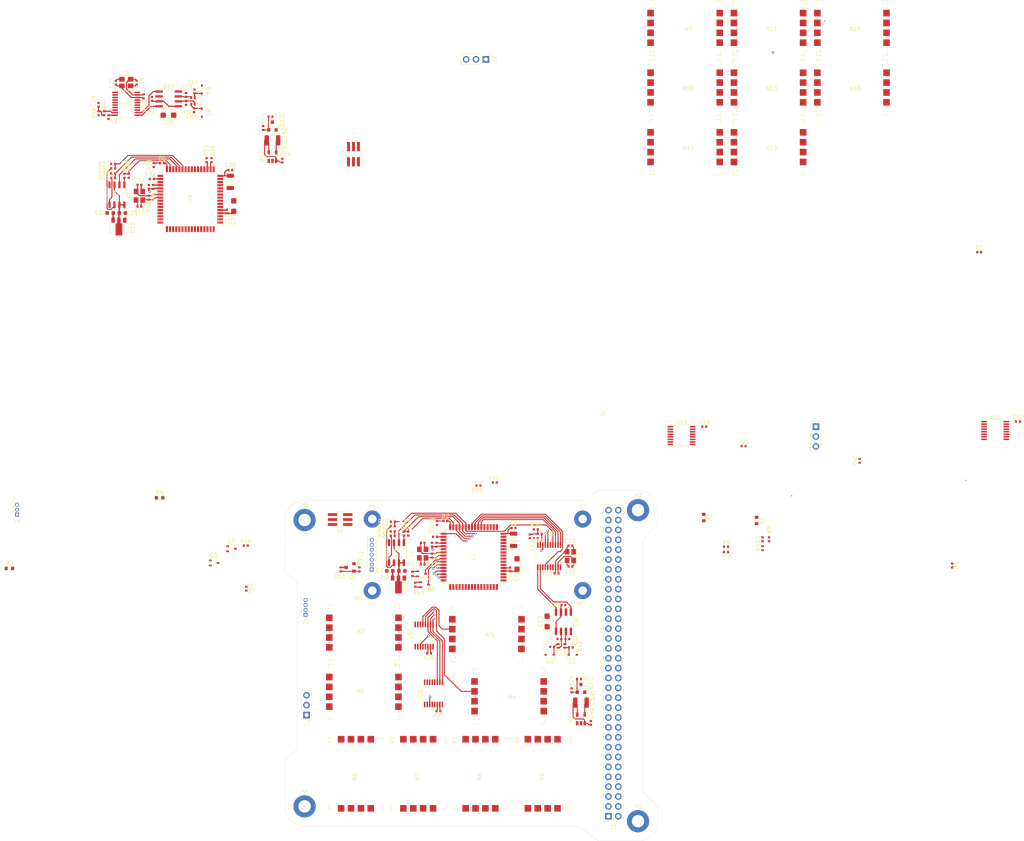
<source format=kicad_pcb>
(kicad_pcb (version 20211014) (generator pcbnew)
  (layers (0 "F.Cu" signal) (1 "In1.Cu" power) (2 "In2.Cu" power) (31 "B.Cu" signal) (34 "B.Paste" user) (35 "F.Paste" user) (36 "B.SilkS" user "B.Silkscreen") (37 "F.SilkS" user "F.Silkscreen") (38 "B.Mask" user) (39 "F.Mask" user) (44 "Edge.Cuts" user))
  (net 0 "")
  (net 1 "GND")
  (net 2 "+5V")
  (net 3 "Net-(CH1-Pad1)")
  (net 4 "+5V_B")
  (net 5 "Net-(CL1-Pad1)")
  (net 6 "/SDA")
  (net 7 "+5V_A")
  (net 9 "+5V_GEIGER")
  (net 10 "Net-(D1-Pad1)")
  (net 11 "Net-(D2-Pad1)")
  (net 12 "Net-(D7-Pad1)")
  (net 13 "Net-(H1-Pad1)")
  (net 14 "Net-(H2-Pad1)")
  (net 15 "Net-(H3-Pad1)")
  (net 16 "Net-(H4-Pad1)")
  (net 17 "Net-(Q1-Pad1)")
  (net 18 "/GEIGER_EN")
  (net 19 "/SCL")
  (net 21 "Net-(C5-Pad1)")
  (net 23 "Net-(R20-Pad1)")
  (net 24 "Net-(R35-Pad1)")
  (net 25 "Net-(Q2-Pad2)")
  (net 26 "Net-(Q2-Pad1)")
  (net 27 "Net-(Q3-Pad1)")
  (net 28 "Net-(C1-Pad1)")
  (net 29 "Net-(C2-Pad1)")
  (net 30 "Net-(C8-Pad1)")
  (net 31 "Net-(C10-Pad1)")
  (net 32 "Net-(C11-Pad1)")
  (net 33 "/CANBUS Controller 0/MCP_RESET")
  (net 34 "Net-(C16-Pad1)")
  (net 35 "Net-(C17-Pad1)")
  (net 36 "Net-(C20-Pad1)")
  (net 37 "Net-(C23-Pad1)")
  (net 38 "Net-(C25-Pad1)")
  (net 39 "Net-(C26-Pad1)")
  (net 40 "/CANBUS Controller 1/MCP_RESET")
  (net 41 "CANH")
  (net 42 "Net-(CH3-Pad1)")
  (net 43 "CANL")
  (net 44 "Net-(CL3-Pad1)")
  (net 45 "Net-(D2-Pad2)")
  (net 46 "Net-(D3-Pad1)")
  (net 47 "Net-(D6-Pad2)")
  (net 48 "Net-(D6-Pad1)")
  (net 49 "/I2C_SCL")
  (net 50 "/I2C_SDA")
  (net 51 "/1WIRE")
  (net 52 "Net-(J6-Pad5)")
  (net 53 "/CANBUS Controller 0/MOSI")
  (net 54 "/CANBUS Controller 0/SCK")
  (net 55 "/CANBUS Controller 0/MISO")
  (net 56 "Net-(J7-Pad1)")
  (net 57 "Net-(J7-Pad3)")
  (net 58 "Net-(J8-Pad5)")
  (net 59 "/CANBUS Controller 1/MOSI")
  (net 60 "/CANBUS Controller 1/SCK")
  (net 61 "/CANBUS Controller 1/MISO")
  (net 62 "Net-(J9-Pad3)")
  (net 63 "Net-(J9-Pad1)")
  (net 64 "/N0_RST")
  (net 65 "/N0_RX")
  (net 66 "/N0_TX")
  (net 67 "/N0_PWR")
  (net 68 "/N1_RST")
  (net 69 "/N1_RX")
  (net 70 "/N1_TX")
  (net 71 "/N1_PWR")
  (net 72 "/N2_RST")
  (net 73 "/N2_RX")
  (net 74 "/N2_TX")
  (net 75 "/N2_PWR")
  (net 76 "/N3_RST")
  (net 77 "/N3_RX")
  (net 78 "/N3_TX")
  (net 79 "/N3_PWR")
  (net 80 "/N8_RST")
  (net 81 "/N8_RX")
  (net 82 "/N8_TX")
  (net 83 "/N8_PWR")
  (net 84 "/N9_RST")
  (net 85 "/N9_RX")
  (net 86 "/N9_TX")
  (net 87 "/N9_PWR")
  (net 88 "/N10_RST")
  (net 89 "/N10_RX")
  (net 90 "/N10_TX")
  (net 91 "/N10_PWR")
  (net 92 "/N11_RST")
  (net 93 "/N11_RX")
  (net 94 "/N11_TX")
  (net 95 "/N11_PWR")
  (net 96 "/N4_RST")
  (net 97 "/N4_RX")
  (net 98 "/N4_TX")
  (net 99 "/N4_PWR")
  (net 100 "/N5_RST")
  (net 101 "/N5_RX")
  (net 102 "/N5_TX")
  (net 103 "/N5_PWR")
  (net 104 "/N6_RST")
  (net 105 "/N6_RX")
  (net 106 "/N6_TX")
  (net 107 "/N6_PWR")
  (net 108 "/N7_RST")
  (net 109 "/N7_RX")
  (net 110 "/N7_TX")
  (net 111 "/N7_PWR")
  (net 112 "/N12_RST")
  (net 113 "/N12_RX")
  (net 114 "/N12_TX")
  (net 115 "/N12_PWR")
  (net 116 "/N13_RST")
  (net 117 "/N13_RX")
  (net 118 "/N13_TX")
  (net 119 "/N13_PWR")
  (net 120 "/N14_RST")
  (net 121 "/N14_RX")
  (net 122 "/N14_TX")
  (net 123 "/N14_PWR")
  (net 124 "/N15_RST")
  (net 125 "/N15_RX")
  (net 126 "/N15_TX")
  (net 127 "/N15_PWR")
  (net 128 "Net-(R13-Pad1)")
  (net 129 "Net-(R14-Pad2)")
  (net 130 "Net-(R15-Pad1)")
  (net 131 "/Payload Supervisor 0/SD_CS")
  (net 132 "Net-(R21-Pad1)")
  (net 133 "Net-(R22-Pad1)")
  (net 134 "Net-(R26-Pad2)")
  (net 135 "Net-(R50-Pad2)")
  (net 136 "/Payload Supervisor 1/SD_CS")
  (net 137 "/Payload Power Control 0/CSENSE")
  (net 138 "/Node RX MUX 0/A0")
  (net 139 "/Node RX MUX 0/A1")
  (net 140 "/Node RX MUX 0/A2")
  (net 141 "/Node RX MUX 0/IN")
  (net 142 "/Node TX MUX 0/IN")
  (net 143 "/CANBUS Controller 0/CS")
  (net 144 "/CANBUS Controller 0/MCP_TX0RTS")
  (net 145 "/CANBUS Controller 0/MCP_RX1BF")
  (net 146 "/CANBUS Controller 0/MCP_RX0BF")
  (net 147 "/CANBUS Controller 0/MCP_INT")
  (net 148 "/Payload Power Control 1/CSENSE")
  (net 149 "/Node RX MUX 1/A0")
  (net 150 "/Node RX MUX 1/A1")
  (net 151 "/Node RX MUX 1/A2")
  (net 152 "/Node RX MUX 1/IN")
  (net 153 "/Node TX MUX 1/IN")
  (net 154 "/CANBUS Controller 1/CS")
  (net 155 "/CANBUS Controller 1/MCP_TX0RTS")
  (net 156 "/CANBUS Controller 1/MCP_RX1BF")
  (net 157 "/CANBUS Controller 1/MCP_RX0BF")
  (net 158 "/CANBUS Controller 1/MCP_INT")
  (net 159 "Net-(Q3-Pad2)")
  (net 160 "Net-(R27-Pad2)")
  (net 161 "Net-(R29-Pad2)")
  (net 162 "Net-(R33-Pad1)")
  (net 163 "Net-(R34-Pad2)")
  (net 164 "Net-(R40-Pad1)")
  (net 165 "Net-(R41-Pad1)")
  (net 166 "Net-(R42-Pad1)")
  (net 167 "Net-(R47-Pad2)")
  (net 168 "Net-(R49-Pad2)")
  (net 169 "Net-(U7-Pad2)")
  (net 170 "Net-(U7-Pad1)")
  (net 171 "Net-(U13-Pad2)")
  (net 172 "Net-(U13-Pad1)")
  (net 173 "MOSFET_GEIGER")
  (net 174 "/Payload Supervisor 0/GEIGER_EN")
  (net 175 "/Payload Supervisor 1/GEIGER_EN")
  (net 180 "/Payload Supervisor 0/GEIGER_FET")
  (net 181 "/Payload Supervisor 0/1WIRE")
  (net 185 "/Payload Supervisor 0/S0_JTAG_TDI")
  (net 186 "/Payload Supervisor 0/S0_JTAG_TDO")
  (net 187 "/Payload Supervisor 0/S0_JTAG_TMS")
  (net 188 "/Payload Supervisor 0/S0_JTAG_TCK")
  (net 202 "/Payload Supervisor 1/GEIGER_FET")
  (net 203 "/Payload Supervisor 1/1WIRE")
  (net 207 "/Payload Supervisor 1/S0_JTAG_TDI")
  (net 208 "/Payload Supervisor 1/S0_JTAG_TDO")
  (net 209 "/Payload Supervisor 1/S0_JTAG_TMS")
  (net 210 "/Payload Supervisor 1/S0_JTAG_TCK")
  (footprint "MountingHole:MountingHole_3.2mm_M3_ISO7380_Pad" (layer "F.Cu") (at 179.705 144.78)
    (fp_text reference "H1")
    (fp_text value "CubeSat Mount / M3")
  )
  (footprint "MountingHole:MountingHole_3.2mm_M3_ISO7380_Pad" (layer "F.Cu") (at 179.705 64.77)
    (fp_text reference "H2")
    (fp_text value "CubeSat Mount / M3")
  )
  (footprint "MountingHole:MountingHole_3.2mm_M3_ISO7380_Pad" (layer "F.Cu") (at 93.98 67.31)
    (fp_text reference "H3")
    (fp_text value "CubeSat Mount / M3")
  )
  (footprint "MountingHole:MountingHole_3.2mm_M3_ISO7380_Pad" (layer "F.Cu") (at 93.98 140.97)
    (fp_text reference "H4")
    (fp_text value "CubeSat Mount / M3")
  )
  (footprint "Connector_PinSocket_2.54mm:PinSocket_2x32_P2.54mm_Vertical" (layer "F.Cu") (at 172.085 143.51 180)
    (fp_text reference "J3")
    (fp_text value "PC/104 Connector")
  )
  (footprint "Connector_PinHeader_2.54mm:PinHeader_1x03_P2.54mm_Vertical" (layer "F.Cu") (at 94.488 117.475 180)
    (fp_text reference "J7")
    (fp_text value "Conn_01x03_Male")
  )
  (footprint "Capacitor_SMD:C_0402_1005Metric" (layer "F.Cu") (at 126.746 73.66 90)
    (fp_text reference "C3" hide)
    (fp_text value "100nF")
  )
  (footprint "Capacitor_SMD:C_0402_1005Metric" (layer "F.Cu") (at 146.812 80.01 90)
    (fp_text reference "C4")
    (fp_text value "100nF")
  )
  (footprint "Capacitor_SMD:C_0402_1005Metric" (layer "F.Cu") (at 167.574 119.5025 90)
    (fp_text reference "C9")
    (fp_text value "100nF")
  )
  (footprint "Capacitor_SMD:C_0402_1005Metric" (layer "F.Cu") (at 162.306 79.248 180)
    (fp_text reference "C11")
    (fp_text value "22pF")
  )
  (footprint "Capacitor_Tantalum_SMD:CP_EIA-3216-10_Kemet-I" (layer "F.Cu") (at 156.337 93.392 90)
    (fp_text reference "C13")
    (fp_text value "22uF")
  )
  (footprint "Capacitor_SMD:C_0402_1005Metric" (layer "F.Cu") (at 159.484 97.917 180)
    (fp_text reference "CH1")
    (fp_text value "50pF")
  )
  (footprint "Capacitor_SMD:C_0402_1005Metric" (layer "F.Cu") (at 63.5 -39.977 -90)
    (fp_text reference "CH3")
    (fp_text value "50pF")
  )
  (footprint "Capacitor_SMD:C_0402_1005Metric" (layer "F.Cu") (at 161.544 97.917)
    (fp_text reference "CL1")
    (fp_text value "50pF")
  )
  (footprint "Capacitor_SMD:C_0402_1005Metric" (layer "F.Cu") (at 63.5 -42.037 90)
    (fp_text reference "CL3")
    (fp_text value "50pF")
  )
  (footprint "LED_SMD:LED_0402_1005Metric" (layer "F.Cu") (at 260.477 79.017 -90)
    (fp_text reference "D3")
    (fp_text value "LED")
  )
  (footprint "Diode_SMD:D_SOD-323" (layer "F.Cu") (at 162.941 101.981)
    (fp_text reference "D5")
    (fp_text value "TVS2")
  )
  (footprint "Inductor_SMD:L_CommonModeChoke_Coilcraft_0805USB" (layer "F.Cu") (at 160.02 99.695 -90)
    (fp_text reference "FL1")
    (fp_text value "DLW21SN921SK2")
  )
  (footprint "Resistor_SMD:R_0603_1608Metric" (layer "F.Cu") (at 210.185 67.437 -90)
    (fp_text reference "R1")
    (fp_text value "1M")
  )
  (footprint "Resistor_SMD:R_0402_1005Metric" (layer "F.Cu") (at 211.709 74.549 90)
    (fp_text reference "R5")
    (fp_text value "1K")
  )
  (footprint "Resistor_SMD:R_0402_1005Metric" (layer "F.Cu") (at 202.311 75.565 180)
    (fp_text reference "R7")
    (fp_text value "4.7K")
  )
  (footprint "Capacitor_SMD:C_0402_1005Metric" (layer "F.Cu") (at 160.528 89.154)
    (fp_text reference "C15")
    (fp_text value "100nF")
  )
  (footprint "Capacitor_SMD:C_0402_1005Metric" (layer "F.Cu") (at 51.515 -13.316 180)
    (fp_text reference "C16")
    (fp_text value "22pF")
  )
  (footprint "Capacitor_SMD:C_0402_1005Metric" (layer "F.Cu") (at 53.928 -18.396 90)
    (fp_text reference "C18" hide)
    (fp_text value "100nF")
  )
  (footprint "Capacitor_SMD:C_0402_1005Metric" (layer "F.Cu") (at 73.994 -12.046 90)
    (fp_text reference "C19")
    (fp_text value "100nF")
  )
  (footprint "Capacitor_Tantalum_SMD:CP_EIA-3216-10_Kemet-I" (layer "F.Cu") (at 75.772 -13.443 90)
    (fp_text reference "C21")
    (fp_text value "22uF")
  )
  (footprint "Capacitor_SMD:C_0402_1005Metric" (layer "F.Cu") (at 88.265 -25.148 90)
    (fp_text reference "C24")
    (fp_text value "100nF")
  )
  (footprint "Capacitor_SMD:C_0402_1005Metric" (layer "F.Cu") (at 50.8 -45.212 -90)
    (fp_text reference "C26")
    (fp_text value "22pF")
  )
  (footprint "LED_SMD:LED_0402_1005Metric" (layer "F.Cu") (at 267.388 -1.579)
    (fp_text reference "D7")
    (fp_text value "LED")
  )
  (footprint "Diode_SMD:D_SOD-323" (layer "F.Cu") (at 67.564 -37.465 -90)
    (fp_text reference "D8")
    (fp_text value "TVS1")
  )
  (footprint "Diode_SMD:D_SOD-323" (layer "F.Cu") (at 67.564 -43.434 90)
    (fp_text reference "D9")
    (fp_text value "TVS2")
  )
  (footprint "MountingHole:MountingHole_2.2mm_M2_Pad" (layer "F.Cu") (at 111.379 85.471)
    (fp_text reference "H5")
    (fp_text value "GeigerBoard Mount / M2")
  )
  (footprint "MountingHole:MountingHole_2.2mm_M2_Pad" (layer "F.Cu") (at 111.379 67.056)
    (fp_text reference "H6")
    (fp_text value "GeigerBoard Mount / M2")
  )
  (footprint "MountingHole:MountingHole_2.2mm_M2_Pad" (layer "F.Cu") (at 165.481 67.056)
    (fp_text reference "H7")
    (fp_text value "GeigerBoard Mount / M2")
  )
  (footprint "MountingHole:MountingHole_2.2mm_M2_Pad" (layer "F.Cu") (at 165.481 85.471)
    (fp_text reference "H8")
    (fp_text value "GeigerBoard Mount / M2")
  )
  (footprint "Connector_PinHeader_1.27mm:PinHeader_1x07_P1.27mm_Vertical" (layer "F.Cu") (at 111.252 80.025 180)
    (fp_text reference "J2")
    (fp_text value "GeigerBoard")
  )
  (footprint "Connector_PinHeader_1.27mm:PinHeader_1x03_P1.27mm_Vertical" (layer "F.Cu") (at 20.066 65.913 180)
    (fp_text reference "J4")
    (fp_text value "Solar_Temp")
  )
  (footprint "Connector_PinHeader_1.27mm:PinHeader_1x04_P1.27mm_Vertical" (layer "F.Cu") (at 94.234 91.694 180)
    (fp_text reference "J5")
    (fp_text value "Sensor_Ext")
  )
  (footprint "Connector_PinHeader_1.27mm:PinHeader_2x03_P1.27mm_Vertical_SMD" (layer "F.Cu") (at 106.553 -26.797 90)
    (fp_text reference "J8")
    (fp_text value "Conn_02x03_Odd_Even")
  )
  (footprint "Inductor_SMD:L_1206_3216Metric" (layer "F.Cu") (at 147.701 72.39 90)
    (fp_text reference "L1")
    (fp_text value "Ferrite")
  )
  (footprint "Resistor_SMD:R_0402_1005Metric" (layer "F.Cu") (at 127.889 73.66 -90)
    (fp_text reference "R11")
    (fp_text value "20K")
  )
  (footprint "Resistor_SMD:R_0402_1005Metric" (layer "F.Cu") (at 126.746 76.454 90)
    (fp_text reference "R12")
    (fp_text value "1M")
  )
  (footprint "Resistor_SMD:R_0402_1005Metric" (layer "F.Cu") (at 127.508 71.628 180)
    (fp_text reference "R13")
    (fp_text value "1K")
  )
  (footprint "Resistor_SMD:R_0402_1005Metric" (layer "F.Cu") (at 142.877 57.658)
    (fp_text reference "R14")
    (fp_text value "1K")
  )
  (footprint "Resistor_SMD:R_0402_1005Metric" (layer "F.Cu") (at 138.684 58.42 180)
    (fp_text reference "R15")
    (fp_text value "1K")
  )
  (footprint "Resistor_SMD:R_0402_1005Metric" (layer "F.Cu") (at 128.016 68.072 90)
    (fp_text reference "R16")
    (fp_text value "1K")
  )
  (footprint "Resistor_SMD:R_0402_1005Metric" (layer "F.Cu") (at 164.526 108.1995)
    (fp_text reference "R23")
    (fp_text value "1K")
  )
  (footprint "Resistor_SMD:R_0402_1005Metric" (layer "F.Cu") (at 162.621 111.1205 -90)
    (fp_text reference "R24")
    (fp_text value "10K")
  )
  (footprint "Resistor_SMD:R_0402_1005Metric" (layer "F.Cu") (at 128.397 116.459 180)
    (fp_text reference "R27")
    (fp_text value "33K")
  )
  (footprint "Resistor_SMD:R_0402_1005Metric" (layer "F.Cu") (at 158.75 81.026 180)
    (fp_text reference "R28")
    (fp_text value "1M")
  )
  (footprint "Resistor_SMD:R_0402_1005Metric" (layer "F.Cu") (at 154.432 70.866)
    (fp_text reference "R29")
    (fp_text value "1K")
  )
  (footprint "Resistor_SMD:R_0402_1005Metric" (layer "F.Cu") (at 153.416 69.723)
    (fp_text reference "R30")
    (fp_text value "10K")
  )
  (footprint "Resistor_SMD:R_1210_3225Metric" (layer "F.Cu") (at 165.034 114.2955)
    (fp_text reference "R_CSB1")
    (fp_text value "0.1")
  )
  (footprint "Package_SO:TSSOP-16_4.4x5mm_P0.65mm" (layer "F.Cu") (at 124.714 97.028 90)
    (fp_text reference "U5")
    (fp_text value "74HC4051BQ,115")
  )
  (footprint "Crystal:Crystal_SMD_3225-4Pin_3.2x2.5mm" (layer "F.Cu") (at 51.515 -16.11 90)
    (fp_text reference "Y3")
    (fp_text value "8 MHz")
  )
  (footprint "Crystal:Crystal_SMD_3225-4Pin_3.2x2.5mm" (layer "F.Cu") (at 48.133 -45.212 180)
    (fp_text reference "Y4")
    (fp_text value "12MHz")
  )
  (footprint "Package_TO_SOT_SMD:SOT-23-5" (layer "F.Cu") (at 165.034 118.4865 90)
    (fp_text reference "U4")
    (fp_text value "MAX4372FEUK")
  )
  (footprint "Capacitor_SMD:C_0402_1005Metric" (layer "F.Cu") (at 124.333 73.152)
    (fp_text reference "C2")
    (fp_text value "22pF")
  )
  (footprint "Capacitor_SMD:C_0402_1005Metric" (layer "F.Cu") (at 147.701 69.342)
    (fp_text reference "C5")
    (fp_text value "100nF")
  )
  (footprint "Capacitor_Tantalum_SMD:CP_EIA-3216-10_Kemet-I" (layer "F.Cu") (at 148.59 78.613 90)
    (fp_text reference "C6")
    (fp_text value "22uF")
  )
  (footprint "Capacitor_SMD:C_0402_1005Metric" (layer "F.Cu") (at 162.306 73.914)
    (fp_text reference "C10")
    (fp_text value "22pF")
  )
  (footprint "Capacitor_SMD:C_0402_1005Metric" (layer "F.Cu") (at 153.416 72.009 180)
    (fp_text reference "C12")
    (fp_text value "100nF")
  )
  (footprint "Capacitor_SMD:C_0402_1005Metric" (layer "F.Cu") (at 151.892 71.501 -90)
    (fp_text reference "C14")
    (fp_text value "100nF")
  )
  (footprint "Capacitor_SMD:C_0402_1005Metric" (layer "F.Cu") (at 157.607 99.949 180)
    (fp_text reference "CH2")
    (fp_text value "50pF")
  )
  (footprint "Capacitor_SMD:C_0402_1005Metric" (layer "F.Cu") (at 65.532 -38.1 -90)
    (fp_text reference "CH4")
    (fp_text value "50pF")
  )
  (footprint "Capacitor_SMD:C_0402_1005Metric" (layer "F.Cu") (at 162.433 100.076)
    (fp_text reference "CL2")
    (fp_text value "50pF")
  )
  (footprint "Capacitor_SMD:C_0402_1005Metric" (layer "F.Cu") (at 65.659 -42.926 90)
    (fp_text reference "CL4")
    (fp_text value "50pF")
  )
  (footprint "LED_SMD:LED_0402_1005Metric" (layer "F.Cu") (at 211.709 72.263 90)
    (fp_text reference "D1")
    (fp_text value "LED_PWON")
  )
  (footprint "LED_SMD:LED_0402_1005Metric" (layer "F.Cu") (at 130.175 67.564)
    (fp_text reference "D2")
    (fp_text value "LED_STATUS")
  )
  (footprint "Diode_SMD:D_SOD-323" (layer "F.Cu") (at 156.972 101.981 180)
    (fp_text reference "D4")
    (fp_text value "TVS1")
  )
  (footprint "LED_SMD:LED_0402_1005Metric" (layer "F.Cu") (at 57.357 -24.492)
    (fp_text reference "D6")
    (fp_text value "LED_STATUS")
  )
  (footprint "Inductor_SMD:L_CommonModeChoke_Coilcraft_0805USB" (layer "F.Cu") (at 65.278 -40.513)
    (fp_text reference "FL2")
    (fp_text value "DLW21SN921SK2")
  )
  (footprint "Resistor_SMD:R_0603_1608Metric" (layer "F.Cu") (at 196.596 66.675 -90)
    (fp_text reference "R2")
    (fp_text value "1M")
  )
  (footprint "Resistor_SMD:R_0603_1608Metric" (layer "F.Cu") (at 18.097 79.756)
    (fp_text reference "R3")
    (fp_text value "1M")
  )
  (footprint "Resistor_SMD:R_0603_1608Metric" (layer "F.Cu") (at 56.705 61.595)
    (fp_text reference "R4")
    (fp_text value "1M")
  )
  (footprint "Resistor_SMD:R_0402_1005Metric" (layer "F.Cu") (at 202.311 74.168)
    (fp_text reference "R6")
    (fp_text value "4.7K")
  )
  (footprint "Resistor_SMD:R_0402_1005Metric" (layer "F.Cu") (at 213.36 72.263 -90)
    (fp_text reference "R8")
    (fp_text value "4.7K")
  )
  (footprint "Package_QFP:TQFP-64_14x14mm_P0.8mm" (layer "F.Cu") (at 137.414 76.835 -90)
    (fp_text reference "U1")
    (fp_text value "ATmega128A-AU")
  )
  (footprint "Crystal:Crystal_SMD_3225-4Pin_3.2x2.5mm" (layer "F.Cu") (at 162.306 76.581 90)
    (fp_text reference "Y2")
    (fp_text value "12MHz")
  )
  (footprint "Package_TO_SOT_SMD:SOT-23" (layer "F.Cu") (at 85.725 -34.038 90)
    (fp_text reference "Q3")
    (fp_text value "PMV65XP")
  )
  (footprint "Resistor_SMD:R_0402_1005Metric" (layer "F.Cu") (at 54.69 -20.428 180)
    (fp_text reference "R33")
    (fp_text value "1K")
  )
  (footprint "Resistor_SMD:R_0402_1005Metric" (layer "F.Cu") (at 70.057 -25.254 -90)
    (fp_text reference "R34")
    (fp_text value "1K")
  )
  (footprint "ykts-mcu-node:YktSat_MCU_node" (layer "F.Cu") (at 118.11 118.364 180)
    (fp_text reference "N1")
    (fp_text value "YKTS-MCU-NODE")
  )
  (footprint "ykts-mcu-node:YktSat_MCU_node" (layer "F.Cu") (at 118.11 103.124 180)
    (fp_text reference "N2")
    (fp_text value "YKTS-MCU-NODE")
  )
  (footprint "ykts-mcu-node:YktSat_MCU_node" (layer "F.Cu") (at 131.953 89.789)
    (fp_text reference "N3")
    (fp_text value "YKTS-MCU-NODE")
  )
  (footprint "ykts-mcu-node:YktSat_MCU_node" (layer "F.Cu") (at 137.668 105.791)
    (fp_text reference "N4")
    (fp_text value "YKTS-MCU-NODE")
  )
  (footprint "ykts-mcu-node:YktSat_MCU_node" (layer "F.Cu") (at 114.046 123.698 -90)
    (fp_text reference "N5")
    (fp_text value "YKTS-MCU-NODE")
  )
  (footprint "ykts-mcu-node:YktSat_MCU_node" (layer "F.Cu") (at 162.052 123.698 -90)
    (fp_text reference "N6")
    (fp_text value "YKTS-MCU-NODE")
  )
  (footprint "ykts-mcu-node:YktSat_MCU_node" (layer "F.Cu") (at 130.048 123.698 -90)
    (fp_text reference "N7")
    (fp_text value "YKTS-MCU-NODE")
  )
  (footprint "ykts-mcu-node:YktSat_MCU_node" (layer "F.Cu") (at 146.05 123.698 -90)
    (fp_text reference "N8")
    (fp_text value "YKTS-MCU-NODE")
  )
  (footprint "Capacitor_SMD:C_0402_1005Metric" (layer "F.Cu") (at 51.515 -18.904)
    (fp_text reference "C17")
    (fp_text value "22pF")
  )
  (footprint "Capacitor_SMD:C_0402_1005Metric" (layer "F.Cu") (at 74.883 -22.714)
    (fp_text reference "C20")
    (fp_text value "100nF")
  )
  (footprint "Capacitor_SMD:C_0402_1005Metric" (layer "F.Cu") (at 45.466 -45.212 90)
    (fp_text reference "C25")
    (fp_text value "22pF")
  )
  (footprint "Capacitor_Tantalum_SMD:CP_EIA-3216-10_Kemet-I" (layer "F.Cu") (at 58.975 -36.83 180)
    (fp_text reference "C28")
    (fp_text value "22uF")
  )
  (footprint "Connector_PinHeader_2.54mm:PinHeader_1x03_P2.54mm_Vertical" (layer "F.Cu") (at 225.431 43.304)
    (fp_text reference "J1")
    (fp_text value "DBG_PWR")
  )
  (footprint "Connector_PinHeader_2.54mm:PinHeader_1x03_P2.54mm_Vertical" (layer "F.Cu") (at 140.589 -51.181 -90)
    (fp_text reference "J9")
    (fp_text value "Conn_01x03_Male")
  )
  (footprint "ykts-mcu-node:YktSat_MCU_node" (layer "F.Cu") (at 182.926 -66.14)
    (fp_text reference "N9")
    (fp_text value "YKTS-MCU-NODE")
  )
  (footprint "ykts-mcu-node:YktSat_MCU_node" (layer "F.Cu") (at 182.926 -50.8)
    (fp_text reference "N10")
    (fp_text value "YKTS-MCU-NODE")
  )
  (footprint "ykts-mcu-node:YktSat_MCU_node" (layer "F.Cu") (at 204.366 -66.14)
    (fp_text reference "N11")
    (fp_text value "YKTS-MCU-NODE")
  )
  (footprint "ykts-mcu-node:YktSat_MCU_node" (layer "F.Cu") (at 182.926 -35.46)
    (fp_text reference "N12")
    (fp_text value "YKTS-MCU-NODE")
  )
  (footprint "ykts-mcu-node:YktSat_MCU_node" (layer "F.Cu") (at 204.366 -50.8)
    (fp_text reference "N13")
    (fp_text value "YKTS-MCU-NODE")
  )
  (footprint "ykts-mcu-node:YktSat_MCU_node" (layer "F.Cu") (at 225.806 -66.14)
    (fp_text reference "N14")
    (fp_text value "YKTS-MCU-NODE")
  )
  (footprint "ykts-mcu-node:YktSat_MCU_node" (layer "F.Cu") (at 204.366 -35.46)
    (fp_text reference "N15")
    (fp_text value "YKTS-MCU-NODE")
  )
  (footprint "ykts-mcu-node:YktSat_MCU_node" (layer "F.Cu") (at 225.806 -50.8)
    (fp_text reference "N16")
    (fp_text value "YKTS-MCU-NODE")
  )
  (footprint "Resistor_SMD:R_0402_1005Metric" (layer "F.Cu") (at 68.787 -25.254 90)
    (fp_text reference "R35")
    (fp_text value "1K")
  )
  (footprint "Resistor_SMD:R_0402_1005Metric" (layer "F.Cu") (at 55.198 -23.984 90)
    (fp_text reference "R36")
    (fp_text value "1K")
  )
  (footprint "Resistor_SMD:R_0402_1005Metric" (layer "F.Cu") (at 85.217 -36.451)
    (fp_text reference "R43")
    (fp_text value "1K")
  )
  (footprint "Resistor_SMD:R_0402_1005Metric" (layer "F.Cu") (at 83.312 -33.53 -90)
    (fp_text reference "R44")
    (fp_text value "10K")
  )
  (footprint "Resistor_SMD:R_0402_1005Metric" (layer "F.Cu") (at 236.67 52.0685 90)
    (fp_text reference "R45")
    (fp_text value "1K")
  )
  (footprint "Resistor_SMD:R_0402_1005Metric" (layer "F.Cu") (at 52.578 -41.656 -90)
    (fp_text reference "R46")
    (fp_text value "1M")
  )
  (footprint "Resistor_SMD:R_0402_1005Metric" (layer "F.Cu") (at 42.418 -37.338 90)
    (fp_text reference "R47")
    (fp_text value "1K")
  )
  (footprint "Resistor_SMD:R_0402_1005Metric" (layer "F.Cu") (at 41.021 -37.338 90)
    (fp_text reference "R48")
    (fp_text value "10K")
  )
  (footprint "Resistor_SMD:R_0402_1005Metric" (layer "F.Cu") (at 196.711 43.293)
    (fp_text reference "R49")
    (fp_text value "33K")
  )
  (footprint "Resistor_SMD:R_0402_1005Metric" (layer "F.Cu") (at 277.351 41.974)
    (fp_text reference "R50")
    (fp_text value "33K")
  )
  (footprint "Resistor_SMD:R_1210_3225Metric" (layer "F.Cu") (at 85.725 -30.355)
    (fp_text reference "R_CSB2")
    (fp_text value "0.1")
  )
  (footprint "Package_SO:TSSOP-16_4.4x5mm_P0.65mm" (layer "F.Cu") (at 127.127 111.887 90)
    (fp_text reference "U6")
    (fp_text value "74HC4051BQ,115")
  )
  (footprint "Package_SO:TSSOP-20_4.4x6.5mm_P0.65mm" (layer "F.Cu") (at 156.845 76.581 90)
    (fp_text reference "U7")
    (fp_text value "MCP2515-xST")
  )
  (footprint "Package_SO:SOIC-8_3.9x4.9mm_P1.27mm" (layer "F.Cu") (at 160.528 93.472 -90)
    (fp_text reference "U8")
    (fp_text value "MCP2551-I-SN")
  )
  (footprint "Package_QFP:TQFP-64_14x14mm_P0.8mm" (layer "F.Cu") (at 64.596 -15.221 -90)
    (fp_text reference "U9")
    (fp_text value "ATmega128A-AU")
  )
  (footprint "Package_TO_SOT_SMD:SOT-23-5" (layer "F.Cu") (at 85.725 -26.164 90)
    (fp_text reference "U12")
    (fp_text value "MAX4372FEUK")
  )
  (footprint "Package_SO:TSSOP-20_4.4x6.5mm_P0.65mm" (layer "F.Cu") (at 48.133 -39.751 180)
    (fp_text reference "U13")
    (fp_text value "MCP2515-xST")
  )
  (footprint "Package_SO:SOIC-8_3.9x4.9mm_P1.27mm" (layer "F.Cu") (at 59.055 -41.021)
    (fp_text reference "U14")
    (fp_text value "MCP2551-I-SN")
  )
  (footprint "Package_SO:TSSOP-16_4.4x5mm_P0.65mm" (layer "F.Cu") (at 190.881 45.593)
    (fp_text reference "U15")
    (fp_text value "74HC4051BQ,115")
  )
  (footprint "Package_SO:TSSOP-16_4.4x5mm_P0.65mm" (layer "F.Cu") (at 271.521 44.274)
    (fp_text reference "U16")
    (fp_text value "74HC4051BQ,115")
  )
  (footprint "Capacitor_SMD:C_0402_1005Metric" (layer "F.Cu") (at 124.333 78.74 180)
    (fp_text reference "C1")
    (fp_text value "22pF")
  )
  (footprint "Capacitor_SMD:C_0402_1005Metric" (layer "F.Cu") (at 43.561 -36.322 -90)
    (fp_text reference "C27")
    (fp_text value "100nF")
  )
  (footprint "Capacitor_SMD:C_0402_1005Metric" (layer "F.Cu") (at 41.021 -39.497 90)
    (fp_text reference "C29")
    (fp_text value "100nF")
  )
  (footprint "Capacitor_SMD:C_0402_1005Metric" (layer "F.Cu") (at 54.737 -41.021 90)
    (fp_text reference "C30")
    (fp_text value "100nF")
  )
  (footprint "Connector_PinHeader_1.27mm:PinHeader_2x03_P1.27mm_Vertical_SMD" (layer "F.Cu") (at 103.124 67.183 180)
    (fp_text reference "J6")
    (fp_text value "Conn_02x03_Odd_Even")
  )
  (footprint "Inductor_SMD:L_1206_3216Metric" (layer "F.Cu") (at 74.883 -19.666 90)
    (fp_text reference "L2")
    (fp_text value "Ferrite")
  )
  (footprint "Package_TO_SOT_SMD:SOT-23" (layer "F.Cu") (at 105.664 79.502 180)
    (fp_text reference "Q1")
    (fp_text value "PMV65XP")
  )
  (footprint "Package_TO_SOT_SMD:SOT-23" (layer "F.Cu") (at 165.034 110.6125 90)
    (fp_text reference "Q2")
    (fp_text value "PMV65XP")
  )
  (footprint "Resistor_SMD:R_0402_1005Metric" (layer "F.Cu") (at 108.077 80.01 90)
    (fp_text reference "R9")
    (fp_text value "1K")
  )
  (footprint "Resistor_SMD:R_0402_1005Metric" (layer "F.Cu") (at 103.251 80.01 -90)
    (fp_text reference "R10")
    (fp_text value "10K")
  )
  (footprint "Resistor_SMD:R_0402_1005Metric" (layer "F.Cu") (at 206.8295 48.299)
    (fp_text reference "R25")
    (fp_text value "1K")
  )
  (footprint "Resistor_SMD:R_0402_1005Metric" (layer "F.Cu") (at 125.984 101.6 180)
    (fp_text reference "R26")
    (fp_text value "33K")
  )
  (footprint "Resistor_SMD:R_0402_1005Metric" (layer "F.Cu") (at 55.071 -18.396 -90)
    (fp_text reference "R31")
    (fp_text value "20K")
  )
  (footprint "Resistor_SMD:R_0402_1005Metric" (layer "F.Cu") (at 53.928 -15.602 90)
    (fp_text reference "R32")
    (fp_text value "1M")
  )
  (footprint "Crystal:Crystal_SMD_3225-4Pin_3.2x2.5mm" (layer "F.Cu") (at 124.333 75.946 90)
    (fp_text reference "Y1")
    (fp_text value "8 MHz")
  )
  (footprint "Resistor_SMD:R_0402_1005Metric" (layer "F.Cu") (at 78.994 84.963 -90)
    (fp_text reference "R52")
    (fp_text value "10K")
  )
  (footprint "Resistor_SMD:R_0402_1005Metric" (layer "F.Cu") (at 119.507 70.8015 90)
    (fp_text reference "R22")
    (fp_text value "4.7K")
  )
  (footprint "Capacitor_SMD:C_0603_1608Metric" (layer "F.Cu") (at 115.8885 80.391 180)
    (fp_text reference "C7")
    (fp_text value "10uF")
  )
  (footprint "Package_TO_SOT_SMD:SOT-323_SC-70" (layer "F.Cu") (at 124.079 81.153)
    (fp_text reference "Q4")
    (fp_text value "RJU003N03 NMOS")
  )
  (footprint "Resistor_SMD:R_0402_1005Metric" (layer "F.Cu") (at 116.6505 71.374)
    (fp_text reference "R21")
    (fp_text value "4.7K")
  )
  (footprint "Resistor_SMD:R_0402_1005Metric" (layer "F.Cu") (at 116.6505 70.231 180)
    (fp_text reference "R18")
    (fp_text value "10K")
  )
  (footprint "Resistor_SMD:R_0402_1005Metric" (layer "F.Cu") (at 44.784 -20.682)
    (fp_text reference "R41")
    (fp_text value "4.7K")
  )
  (footprint "Package_TO_SOT_SMD:SOT-323_SC-70" (layer "F.Cu") (at 70.734 78.359)
    (fp_text reference "Q5")
    (fp_text value "RJU003N03 NMOS")
  )
  (footprint "Resistor_SMD:R_0402_1005Metric" (layer "F.Cu") (at 44.784 -21.825 180)
    (fp_text reference "R38")
    (fp_text value "10K")
  )
  (footprint "Resistor_SMD:R_0402_1005Metric" (layer "F.Cu") (at 44.782 -24.3015 180)
    (fp_text reference "R37")
    (fp_text value "10K")
  )
  (footprint "Capacitor_SMD:C_0603_1608Metric" (layer "F.Cu") (at 44.022 -11.665 180)
    (fp_text reference "C22")
    (fp_text value "10uF")
  )
  (footprint "Resistor_SMD:R_0402_1005Metric" (layer "F.Cu") (at 121.666 81.153 -90)
    (fp_text reference "R51" hide)
    (fp_text value "10K")
  )
  (footprint "Package_SO:SO-8_3.9x4.9mm_P1.27mm" (layer "F.Cu") (at 45.7355 -16.3365 -90)
    (fp_text reference "U11")
    (fp_text value "AT25DF161-SF-T")
  )
  (footprint "Resistor_SMD:R_0402_1005Metric" (layer "F.Cu") (at 47.6405 -21.2545 90)
    (fp_text reference "R42")
    (fp_text value "4.7K")
  )
  (footprint "Capacitor_SMD:C_0603_1608Metric" (layer "F.Cu") (at 118.999 80.391)
    (fp_text reference "C8")
    (fp_text value "22uF")
  )
  (footprint "Resistor_SMD:R_0402_1005Metric" (layer "F.Cu") (at 116.6485 68.8975)
    (fp_text reference "R20")
    (fp_text value "4.7K")
  )
  (footprint "Resistor_SMD:R_0402_1005Metric" (layer "F.Cu") (at 48.7835 -21.2545 -90)
    (fp_text reference "R39")
    (fp_text value "10K")
  )
  (footprint "Package_TO_SOT_SMD:SOT-89-3" (layer "F.Cu") (at 118.11 83.8825 -90)
    (fp_text reference "U2")
    (fp_text value "AMS1117-3.3")
  )
  (footprint "Package_TO_SOT_SMD:SOT-89-3" (layer "F.Cu") (at 46.2435 -8.1735 -90)
    (fp_text reference "U10")
    (fp_text value "AMS1117-3.3")
  )
  (footprint "Capacitor_SMD:C_0603_1608Metric" (layer "F.Cu") (at 47.1325 -11.665)
    (fp_text reference "C23")
    (fp_text value "22uF")
  )
  (footprint "Package_TO_SOT_SMD:SOT-323_SC-70" (layer "F.Cu") (at 75.184 74.709)
    (fp_text reference "Q7")
    (fp_text value "RJU003N03 NMOS")
  )
  (footprint "Package_SO:SO-8_3.9x4.9mm_P1.27mm" (layer "F.Cu") (at 117.602 75.7195 -90)
    (fp_text reference "U3")
    (fp_text value "AT25DF161-SF-T")
  )
  (footprint "Resistor_SMD:R_0402_1005Metric" (layer "F.Cu") (at 122.428 83.947 -90)
    (fp_text reference "R53")
    (fp_text value "10K")
  )
  (footprint "Resistor_SMD:R_0402_1005Metric" (layer "F.Cu") (at 78.864 73.879)
    (fp_text reference "R54")
    (fp_text value "10K")
  )
  (footprint "Resistor_SMD:R_0402_1005Metric" (layer "F.Cu") (at 44.782 -23.1585)
    (fp_text reference "R40")
    (fp_text value "4.7K")
  )
  (footprint "Resistor_SMD:R_0402_1005Metric" (layer "F.Cu") (at 120.65 70.8015 -90)
    (fp_text reference "R19")
    (fp_text value "10K")
  )
  (footprint "Package_TO_SOT_SMD:SOT-323_SC-70" (layer "F.Cu") (at 124.841 83.947)
    (fp_text reference "Q6")
    (fp_text value "RJU003N03 NMOS")
  )
  (footprint "Resistor_SMD:R_0402_1005Metric" (layer "F.Cu") (at 116.6485 67.7545 180)
    (fp_text reference "R17")
    (fp_text value "10K")
  )
  (gr_line (start 88.9 80.645) (end 88.9 68.58) (layer "Edge.Cuts") (width 0.05))
  (gr_line (start 184.785 68.58) (end 184.785 64.77) (layer "Edge.Cuts") (width 0.05))
  (gr_line (start 88.9 68.58) (end 88.9 67.437) (layer "Edge.Cuts") (width 0.05))
  (gr_arc (start 184.785 144.78) (mid 183.297102 148.372102) (end 179.705 149.86) (layer "Edge.Cuts") (width 0.05))
  (gr_line (start 92.075 83.185) (end 88.9 80.645) (layer "Edge.Cuts") (width 0.05))
  (gr_line (start 169.545 59.69) (end 179.705 59.69) (layer "Edge.Cuts") (width 0.05))
  (gr_line (start 92.075 126.365) (end 92.075 83.185) (layer "Edge.Cuts") (width 0.05))
  (gr_arc (start 93.98 146.05) (mid 90.387898 144.562102) (end 88.9 140.97) (layer "Edge.Cuts") (width 0.05))
  (gr_line (start 169.545 59.69) (end 166.116 62.23) (layer "Edge.Cuts") (width 0.05))
  (gr_arc (start 179.705 59.69) (mid 183.297102 61.177898) (end 184.785 64.77) (layer "Edge.Cuts") (width 0.05))
  (gr_line (start 88.9 128.905) (end 92.075 126.365) (layer "Edge.Cuts") (width 0.05))
  (gr_line (start 166.116 62.23) (end 93.98 62.23) (layer "Edge.Cuts") (width 0.05))
  (gr_line (start 88.9 140.97) (end 88.9 128.905) (layer "Edge.Cuts") (width 0.05))
  (gr_line (start 179.705 149.86) (end 169.545 149.86) (layer "Edge.Cuts") (width 0.05))
  (gr_line (start 164.465 146.05) (end 93.98 146.05) (layer "Edge.Cuts") (width 0.05))
  (gr_line (start 169.545 149.86) (end 164.465 146.05) (layer "Edge.Cuts") (width 0.05))
  (gr_line (start 180.975 72.39) (end 180.975 137.16) (layer "Edge.Cuts") (width 0.05))
  (gr_line (start 180.975 137.16) (end 184.785 140.97) (layer "Edge.Cuts") (width 0.05))
  (gr_line (start 180.975 72.39) (end 184.785 68.58) (layer "Edge.Cuts") (width 0.05))
  (gr_line (start 184.785 140.97) (end 184.785 144.78) (layer "Edge.Cuts") (width 0.05))
  (gr_arc (start 88.901587 67.43696) (mid 90.343288 63.763069) (end 93.98 62.23) (layer "Edge.Cuts") (width 0.05))
  (segment (start 145.114 79.635) (end 146.707 79.635) (width 0.25) (layer "F.Cu") (net 1))
  (segment (start 72.296 -12.421) (end 73.889 -12.421) (width 0.25) (layer "F.Cu") (net 1))
  (segment (start 72.296 -12.421) (end 73.889 -12.421) (width 0.25) (layer "F.Cu") (net 1))
  (segment (start 161.456 77.681) (end 161.456 78.878) (width 0.25) (layer "F.Cu") (net 1))
  (segment (start 49.233 -44.362) (end 50.43 -44.362) (width 0.25) (layer "F.Cu") (net 1))
  (segment (start 49.233 -44.362) (end 50.43 -44.362) (width 0.25) (layer "F.Cu") (net 1))
  (segment (start 124.813 74.476) (end 125.183 74.846) (width 0.25) (layer "F.Cu") (net 1))
  (segment (start 51.995 -17.58) (end 52.365 -17.21) (width 0.25) (layer "F.Cu") (net 1))
  (segment (start 51.995 -17.58) (end 52.365 -17.21) (width 0.25) (layer "F.Cu") (net 1))
  (segment (start 163.156 75.481) (end 163.156 74.284) (width 0.25) (layer "F.Cu") (net 1))
  (segment (start 47.033 -46.062) (end 45.836 -46.062) (width 0.25) (layer "F.Cu") (net 1))
  (segment (start 47.033 -46.062) (end 45.836 -46.062) (width 0.25) (layer "F.Cu") (net 1))
  (segment (start 124.813 73.152) (end 124.813 74.476) (width 0.25) (layer "F.Cu") (net 1))
  (segment (start 51.995 -18.904) (end 51.995 -17.58) (width 0.25) (layer "F.Cu") (net 1))
  (segment (start 51.995 -18.904) (end 51.995 -17.58) (width 0.25) (layer "F.Cu") (net 1))
  (segment (start 123.853 77.416) (end 123.483 77.046) (width 0.25) (layer "F.Cu") (net 1))
  (segment (start 51.035 -14.64) (end 50.665 -15.01) (width 0.25) (layer "F.Cu") (net 1))
  (segment (start 51.035 -14.64) (end 50.665 -15.01) (width 0.25) (layer "F.Cu") (net 1))
  (segment (start 123.853 78.74) (end 123.853 77.416) (width 0.25) (layer "F.Cu") (net 1))
  (segment (start 51.035 -13.316) (end 51.035 -14.64) (width 0.25) (layer "F.Cu") (net 1))
  (segment (start 51.035 -13.316) (end 51.035 -14.64) (width 0.25) (layer "F.Cu") (net 1))
  (segment (start 161.456 78.878) (end 161.826 79.248) (width 0.25) (layer "F.Cu") (net 1))
  (segment (start 50.43 -44.362) (end 50.8 -44.732) (width 0.25) (layer "F.Cu") (net 1))
  (segment (start 50.43 -44.362) (end 50.8 -44.732) (width 0.25) (layer "F.Cu") (net 1))
  (segment (start 146.707 79.635) (end 146.812 79.53) (width 0.25) (layer "F.Cu") (net 1))
  (segment (start 73.889 -12.421) (end 73.994 -12.526) (width 0.25) (layer "F.Cu") (net 1))
  (segment (start 73.889 -12.421) (end 73.994 -12.526) (width 0.25) (layer "F.Cu") (net 1))
  (segment (start 163.156 74.284) (end 162.786 73.914) (width 0.25) (layer "F.Cu") (net 1))
  (segment (start 45.836 -46.062) (end 45.466 -45.692) (width 0.25) (layer "F.Cu") (net 1))
  (segment (start 45.836 -46.062) (end 45.466 -45.692) (width 0.25) (layer "F.Cu") (net 1))
  (segment (start 263.934 57.095) (end 263.936 57.097) (width 0.25) (layer "F.Cu") (net 2))
  (segment (start 201.803 75.563) (end 201.801 75.565) (width 0.25) (layer "F.Cu") (net 2))
  (segment (start 104.662 79.5) (end 104.664 79.502) (width 0.35) (layer "F.Cu") (net 2))
  (segment (start 103.251 79.5) (end 104.662 79.5) (width 0.35) (layer "F.Cu") (net 2))
  (segment (start 161.064 97.917) (end 161.064 99.051) (width 0.25) (layer "F.Cu") (net 3))
  (segment (start 161.163 97.155) (end 161.163 97.028) (width 0.2) (layer "F.Cu") (net 3))
  (segment (start 161.064 99.051) (end 160.855 99.26) (width 0.25) (layer "F.Cu") (net 3))
  (segment (start 161.064 97.254) (end 161.163 97.155) (width 0.2) (layer "F.Cu") (net 3))
  (segment (start 161.163 95.693) (end 161.163 97.028) (width 0.2) (layer "F.Cu") (net 3))
  (segment (start 161.064 97.917) (end 161.064 97.254) (width 0.2) (layer "F.Cu") (net 3))
  (segment (start 86.675 -25.064) (end 87.333 -25.064) (width 0.25) (layer "F.Cu") (net 4))
  (segment (start 44.6025 -9.9645) (end 44.7435 -9.8235) (width 0.35) (layer "F.Cu") (net 4))
  (segment (start 73.939 -11.621) (end 73.994 -11.566) (width 0.25) (layer "F.Cu") (net 4))
  (segment (start 73.939 -11.621) (end 73.994 -11.566) (width 0.25) (layer "F.Cu") (net 4))
  (segment (start 55.206 -18.021) (end 55.071 -17.886) (width 0.25) (layer "F.Cu") (net 4))
  (segment (start 55.206 -18.021) (end 55.071 -17.886) (width 0.25) (layer "F.Cu") (net 4))
  (segment (start 83.693 -26.672) (end 84.201 -26.164) (width 0.25) (layer "F.Cu") (net 4))
  (segment (start 56.58 -40.386) (end 54.892 -40.386) (width 0.25) (layer "F.Cu") (net 4))
  (segment (start 56.58 -40.386) (end 54.892 -40.386) (width 0.25) (layer "F.Cu") (net 4))
  (segment (start 56.896 -18.021) (end 55.206 -18.021) (width 0.25) (layer "F.Cu") (net 4))
  (segment (start 56.896 -18.021) (end 55.206 -18.021) (width 0.25) (layer "F.Cu") (net 4))
  (segment (start 53.928 -17.38) (end 54.182 -17.126) (width 0.25) (layer "F.Cu") (net 4))
  (segment (start 53.928 -17.38) (end 54.182 -17.126) (width 0.25) (layer "F.Cu") (net 4))
  (segment (start 84.2625 -30.355) (end 83.693 -30.355) (width 0.25) (layer "F.Cu") (net 4))
  (segment (start 54.892 -40.386) (end 54.737 -40.541) (width 0.25) (layer "F.Cu") (net 4))
  (segment (start 54.892 -40.386) (end 54.737 -40.541) (width 0.25) (layer "F.Cu") (net 4))
  (segment (start 59.055 -39.116) (end 61.53 -39.116) (width 0.25) (layer "F.Cu") (net 4))
  (segment (start 59.055 -39.116) (end 61.53 -39.116) (width 0.25) (layer "F.Cu") (net 4))
  (segment (start 53.958 -17.886) (end 53.928 -17.916) (width 0.25) (layer "F.Cu") (net 4))
  (segment (start 53.958 -17.886) (end 53.928 -17.916) (width 0.25) (layer "F.Cu") (net 4))
  (segment (start 84.775 -27.264) (end 84.775 -29.8425) (width 0.25) (layer "F.Cu") (net 4))
  (segment (start 45.2705 -36.826) (end 43.585 -36.826) (width 0.25) (layer "F.Cu") (net 4))
  (segment (start 45.2705 -36.826) (end 43.585 -36.826) (width 0.25) (layer "F.Cu") (net 4))
  (segment (start 43.585 -36.826) (end 43.561 -36.802) (width 0.25) (layer "F.Cu") (net 4))
  (segment (start 43.585 -36.826) (end 43.561 -36.802) (width 0.25) (layer "F.Cu") (net 4))
  (segment (start 86.675 -25.844) (end 86.675 -25.064) (width 0.25) (layer "F.Cu") (net 4))
  (segment (start 44.7435 -11.6115) (end 44.797 -11.665) (width 0.35) (layer "F.Cu") (net 4))
  (segment (start 53.928 -17.916) (end 53.928 -17.38) (width 0.25) (layer "F.Cu") (net 4))
  (segment (start 53.928 -17.916) (end 53.928 -17.38) (width 0.25) (layer "F.Cu") (net 4))
  (segment (start 44.7435 -9.8235) (end 44.7435 -11.6115) (width 0.35) (layer "F.Cu") (net 4))
  (segment (start 76.134 -11.566) (end 76.153 -11.585) (width 0.25) (layer "F.Cu") (net 4))
  (segment (start 76.134 -11.566) (end 76.153 -11.585) (width 0.25) (layer "F.Cu") (net 4))
  (segment (start 55.071 -17.886) (end 53.958 -17.886) (width 0.25) (layer "F.Cu") (net 4))
  (segment (start 55.071 -17.886) (end 53.958 -17.886) (width 0.25) (layer "F.Cu") (net 4))
  (segment (start 75.772 -12.093) (end 75.245 -11.566) (width 0.35) (layer "F.Cu") (net 4))
  (segment (start 75.772 -12.093) (end 75.245 -11.566) (width 0.35) (layer "F.Cu") (net 4))
  (segment (start 57.785 -40.386) (end 59.055 -39.116) (width 0.25) (layer "F.Cu") (net 4))
  (segment (start 57.785 -40.386) (end 59.055 -39.116) (width 0.25) (layer "F.Cu") (net 4))
  (segment (start 84.775 -29.8425) (end 84.2625 -30.355) (width 0.25) (layer "F.Cu") (net 4))
  (segment (start 74.013 -11.585) (end 73.994 -11.566) (width 0.35) (layer "F.Cu") (net 4))
  (segment (start 74.013 -11.585) (end 73.994 -11.566) (width 0.35) (layer "F.Cu") (net 4))
  (segment (start 87.333 -25.064) (end 87.729 -24.668) (width 0.25) (layer "F.Cu") (net 4))
  (segment (start 56.58 -40.386) (end 57.785 -40.386) (width 0.25) (layer "F.Cu") (net 4))
  (segment (start 56.58 -40.386) (end 57.785 -40.386) (width 0.25) (layer "F.Cu") (net 4))
  (segment (start 83.693 -30.355) (end 83.693 -26.672) (width 0.25) (layer "F.Cu") (net 4))
  (segment (start 72.296 -11.621) (end 73.939 -11.621) (width 0.25) (layer "F.Cu") (net 4))
  (segment (start 72.296 -11.621) (end 73.939 -11.621) (width 0.25) (layer "F.Cu") (net 4))
  (segment (start 86.355 -26.164) (end 86.675 -25.844) (width 0.25) (layer "F.Cu") (net 4))
  (segment (start 84.201 -26.164) (end 86.355 -26.164) (width 0.25) (layer "F.Cu") (net 4))
  (segment (start 75.245 -11.566) (end 73.994 -11.566) (width 0.35) (layer "F.Cu") (net 4))
  (segment (start 75.245 -11.566) (end 73.994 -11.566) (width 0.35) (layer "F.Cu") (net 4))
  (segment (start 87.729 -24.668) (end 88.265 -24.668) (width 0.25) (layer "F.Cu") (net 4))
  (via (at 54.182 -17.126) (size 0.6) (drill 0.3) (layers "F.Cu" "B.Cu") (net 4))
  (via (at 54.182 -17.126) (size 0.6) (drill 0.3) (layers "F.Cu" "B.Cu") (net 4))
  (segment (start 159.565 100.13) (end 159.992 99.703) (width 0.25) (layer "F.Cu") (net 5))
  (segment (start 159.992 99.703) (end 159.992 97.917) (width 0.25) (layer "F.Cu") (net 5))
  (segment (start 159.893 97.155) (end 159.992 97.254) (width 0.2) (layer "F.Cu") (net 5))
  (segment (start 159.949 97.874) (end 159.992 97.917) (width 0.25) (layer "F.Cu") (net 5))
  (segment (start 159.185 100.13) (end 159.565 100.13) (width 0.25) (layer "F.Cu") (net 5))
  (segment (start 159.893 95.693) (end 159.893 97.155) (width 0.2) (layer "F.Cu") (net 5))
  (segment (start 159.992 97.254) (end 159.992 97.917) (width 0.2) (layer "F.Cu") (net 5))
  (segment (start 125.841 80.031807) (end 125.841 83.947) (width 0.25) (layer "F.Cu") (net 6))
  (segment (start 122.568 83.297) (end 122.428 83.437) (width 0.25) (layer "F.Cu") (net 6))
  (segment (start 127.837807 78.035) (end 125.841 80.031807) (width 0.25) (layer "F.Cu") (net 6))
  (segment (start 123.841 83.297) (end 122.568 83.297) (width 0.25) (layer "F.Cu") (net 6))
  (segment (start 129.714 78.035) (end 127.837807 78.035) (width 0.25) (layer "F.Cu") (net 6))
  (segment (start 165.984 119.5865) (end 166.642 119.5865) (width 0.25) (layer "F.Cu") (net 7))
  (segment (start 116.469 82.0915) (end 116.61 82.2325) (width 0.35) (layer "F.Cu") (net 7))
  (segment (start 146.757 80.435) (end 146.812 80.49) (width 0.25) (layer "F.Cu") (net 7))
  (segment (start 128.907 116.459) (end 128.752 116.304) (width 0.25) (layer "F.Cu") (net 7))
  (segment (start 128.024 74.035) (end 127.889 74.17) (width 0.25) (layer "F.Cu") (net 7))
  (segment (start 163.002 117.9785) (end 163.51 118.4865) (width 0.25) (layer "F.Cu") (net 7))
  (segment (start 159.893 90.997) (end 159.893 89.309) (width 0.25) (layer "F.Cu") (net 7))
  (segment (start 129.714 74.035) (end 128.024 74.035) (width 0.25) (layer "F.Cu") (net 7))
  (segment (start 126.746 74.676) (end 127 74.93) (width 0.25) (layer "F.Cu") (net 7))
  (segment (start 163.5715 114.2955) (end 163.002 114.2955) (width 0.25) (layer "F.Cu") (net 7))
  (segment (start 159.893 89.309) (end 160.048 89.154) (width 0.25) (layer "F.Cu") (net 7))
  (segment (start 158.623 93.472) (end 158.623 95.947) (width 0.25) (layer "F.Cu") (net 7))
  (segment (start 126.339 101.445) (end 126.339 99.8905) (width 0.25) (layer "F.Cu") (net 7))
  (segment (start 126.776 74.17) (end 126.746 74.14) (width 0.25) (layer "F.Cu") (net 7))
  (segment (start 164.084 117.3865) (end 164.084 114.808) (width 0.25) (layer "F.Cu") (net 7))
  (segment (start 153.92 73.7185) (end 153.92 72.033) (width 0.25) (layer "F.Cu") (net 7))
  (segment (start 153.92 72.033) (end 153.896 72.009) (width 0.25) (layer "F.Cu") (net 7))
  (segment (start 165.984 118.8065) (end 165.984 119.5865) (width 0.25) (layer "F.Cu") (net 7))
  (segment (start 123.079 81.803) (end 121.806 81.803) (width 0.25) (layer "F.Cu") (net 7))
  (segment (start 116.61 80.4445) (end 116.6635 80.391) (width 0.35) (layer "F.Cu") (net 7))
  (segment (start 126.746 74.14) (end 126.746 74.676) (width 0.25) (layer "F.Cu") (net 7))
  (segment (start 116.61 82.2325) (end 116.61 80.4445) (width 0.35) (layer "F.Cu") (net 7))
  (segment (start 121.806 81.803) (end 121.666 81.663) (width 0.25) (layer "F.Cu") (net 7))
  (segment (start 148.952 80.49) (end 148.971 80.471) (width 0.25) (layer "F.Cu") (net 7))
  (segment (start 127.889 74.17) (end 126.776 74.17) (width 0.25) (layer "F.Cu") (net 7))
  (segment (start 122.568 84.597) (end 122.428 84.457) (width 0.25) (layer "F.Cu") (net 7))
  (segment (start 148.59 79.963) (end 148.063 80.49) (width 0.35) (layer "F.Cu") (net 7))
  (segment (start 159.893 92.202) (end 158.623 93.472) (width 0.25) (layer "F.Cu") (net 7))
  (segment (start 164.084 114.808) (end 163.5715 114.2955) (width 0.25) (layer "F.Cu") (net 7))
  (segment (start 128.752 116.304) (end 128.752 114.7495) (width 0.25) (layer "F.Cu") (net 7))
  (segment (start 126.494 101.6) (end 126.339 101.445) (width 0.25) (layer "F.Cu") (net 7))
  (segment (start 146.831 80.471) (end 146.812 80.49) (width 0.35) (layer "F.Cu") (net 7))
  (segment (start 166.642 119.5865) (end 167.038 119.9825) (width 0.25) (layer "F.Cu") (net 7))
  (segment (start 159.893 90.997) (end 159.893 92.202) (width 0.25) (layer "F.Cu") (net 7))
  (segment (start 163.002 114.2955) (end 163.002 117.9785) (width 0.25) (layer "F.Cu") (net 7))
  (segment (start 145.114 80.435) (end 146.757 80.435) (width 0.25) (layer "F.Cu") (net 7))
  (segment (start 165.664 118.4865) (end 165.984 118.8065) (width 0.25) (layer "F.Cu") (net 7))
  (segment (start 163.51 118.4865) (end 165.664 118.4865) (width 0.25) (layer "F.Cu") (net 7))
  (segment (start 123.841 84.597) (end 122.568 84.597) (width 0.25) (layer "F.Cu") (net 7))
  (segment (start 148.063 80.49) (end 146.812 80.49) (width 0.35) (layer "F.Cu") (net 7))
  (segment (start 167.038 119.9825) (end 167.574 119.9825) (width 0.25) (layer "F.Cu") (net 7))
  (via (at 127 74.93) (size 0.6) (drill 0.3) (layers "F.Cu" "B.Cu") (net 7))
  (segment (start 128.018 67.564) (end 128.016 67.562) (width 0.25) (layer "F.Cu") (net 11))
  (segment (start 129.69 67.564) (end 128.018 67.564) (width 0.25) (layer "F.Cu") (net 11))
  (segment (start 210.185 66.548) (end 210.185 66.927) (width 0.2) (layer "F.Cu") (net 13))
  (segment (start 108.077 80.52) (end 106.732 80.52) (width 0.25) (layer "F.Cu") (net 17))
  (segment (start 103.251 80.52) (end 106.596 80.52) (width 0.25) (layer "F.Cu") (net 17))
  (segment (start 106.596 80.52) (end 106.664 80.452) (width 0.25) (layer "F.Cu") (net 17))
  (segment (start 106.732 80.52) (end 106.664 80.452) (width 0.25) (layer "F.Cu") (net 17))
  (segment (start 128.36352 77.58548) (end 127.65161 77.58548) (width 0.25) (layer "F.Cu") (net 19))
  (segment (start 123.079 80.503) (end 121.806 80.503) (width 0.25) (layer "F.Cu") (net 19))
  (segment (start 127.65161 77.58548) (end 125.079 80.15809) (width 0.25) (layer "F.Cu") (net 19))
  (segment (start 128.714 77.235) (end 128.36352 77.58548) (width 0.25) (layer "F.Cu") (net 19))
  (segment (start 129.714 77.235) (end 128.714 77.235) (width 0.25) (layer "F.Cu") (net 19))
  (segment (start 125.079 80.15809) (end 125.079 81.153) (width 0.25) (layer "F.Cu") (net 19))
  (segment (start 121.806 80.503) (end 121.666 80.643) (width 0.25) (layer "F.Cu") (net 19))
  (segment (start 145.114 70.835) (end 146.273 70.835) (width 0.25) (layer "F.Cu") (net 21))
  (segment (start 147.221 69.342) (end 146.812 69.342) (width 0.25) (layer "F.Cu") (net 21))
  (segment (start 146.273 70.835) (end 147.681 70.835) (width 0.25) (layer "F.Cu") (net 21))
  (segment (start 146.812 69.342) (end 146.273 69.881) (width 0.25) (layer "F.Cu") (net 21))
  (segment (start 146.273 69.881) (end 146.273 70.835) (width 0.25) (layer "F.Cu") (net 21))
  (segment (start 147.681 70.835) (end 147.701 70.815) (width 0.25) (layer "F.Cu") (net 21))
  (segment (start 116.967 78.2945) (end 116.967 78.570572) (width 0.25) (layer "F.Cu") (net 23))
  (segment (start 115.07248 79.216052) (end 115.07248 69.96352) (width 0.25) (layer "F.Cu") (net 23))
  (segment (start 115.07248 69.96352) (end 116.1385 68.8975) (width 0.25) (layer "F.Cu") (net 23))
  (segment (start 115.350448 79.49402) (end 115.07248 79.216052) (width 0.25) (layer "F.Cu") (net 23))
  (segment (start 116.967 78.570572) (end 116.043552 79.49402) (width 0.25) (layer "F.Cu") (net 23))
  (segment (start 116.043552 79.49402) (end 115.350448 79.49402) (width 0.25) (layer "F.Cu") (net 23))
  (segment (start 68.996 -24.535) (end 68.787 -24.744) (width 0.25) (layer "F.Cu") (net 24))
  (segment (start 68.996 -24.535) (end 68.787 -24.744) (width 0.25) (layer "F.Cu") (net 24))
  (segment (start 68.996 -22.921) (end 68.996 -24.535) (width 0.25) (layer "F.Cu") (net 24))
  (segment (start 68.996 -22.921) (end 68.996 -24.535) (width 0.25) (layer "F.Cu") (net 24))
  (segment (start 165.984 117.3865) (end 165.984 114.808) (width 0.25) (layer "F.Cu") (net 25))
  (segment (start 165.984 114.808) (end 166.4965 114.2955) (width 0.25) (layer "F.Cu") (net 25))
  (segment (start 164.016 108.1995) (end 164.016 111.5445) (width 0.25) (layer "F.Cu") (net 26))
  (segment (start 164.016 111.5445) (end 164.084 111.6125) (width 0.25) (layer "F.Cu") (net 26))
  (segment (start 162.621 111.6305) (end 164.066 111.6305) (width 0.25) (layer "F.Cu") (net 26))
  (segment (start 164.066 111.6305) (end 164.084 111.6125) (width 0.25) (layer "F.Cu") (net 26))
  (segment (start 84.707 -36.451) (end 84.707 -33.106) (width 0.25) (layer "F.Cu") (net 27))
  (segment (start 84.707 -33.106) (end 84.775 -33.038) (width 0.25) (layer "F.Cu") (net 27))
  (segment (start 83.312 -33.02) (end 84.757 -33.02) (width 0.25) (layer "F.Cu") (net 27))
  (segment (start 84.757 -33.02) (end 84.775 -33.038) (width 0.25) (layer "F.Cu") (net 27))
  (segment (start 127.887 76.964) (end 126.746 76.964) (width 0.25) (layer "F.Cu") (net 28))
  (segment (start 129.714 76.435) (end 128.416 76.435) (width 0.25) (layer "F.Cu") (net 28))
  (segment (start 129.693 76.456) (end 129.714 76.435) (width 0.25) (layer "F.Cu") (net 28))
  (segment (start 126.746 76.964) (end 125.265 76.964) (width 0.25) (layer "F.Cu") (net 28))
  (segment (start 124.813 78.74) (end 124.813 77.416) (width 0.25) (layer "F.Cu") (net 28))
  (segment (start 124.813 77.416) (end 125.183 77.046) (width 0.25) (layer "F.Cu") (net 28))
  (segment (start 125.265 76.964) (end 125.183 77.046) (width 0.25) (layer "F.Cu") (net 28))
  (segment (start 128.416 76.435) (end 127.887 76.964) (width 0.25) (layer "F.Cu") (net 28))
  (segment (start 123.483 75.095022) (end 123.483 74.846) (width 0.25) (layer "F.Cu") (net 29))
  (segment (start 128.073 75.635) (end 127.762 75.946) (width 0.25) (layer "F.Cu") (net 29))
  (segment (start 123.853 73.152) (end 123.853 74.476) (width 0.25) (layer "F.Cu") (net 29))
  (segment (start 126.746 75.944) (end 124.331978 75.944) (width 0.25) (layer "F.Cu") (net 29))
  (segment (start 123.853 74.476) (end 123.483 74.846) (width 0.25) (layer "F.Cu") (net 29))
  (segment (start 129.714 75.635) (end 128.073 75.635) (width 0.25) (layer "F.Cu") (net 29))
  (segment (start 127.762 75.946) (end 127.76 75.944) (width 0.25) (layer "F.Cu") (net 29))
  (segment (start 124.331978 75.944) (end 123.483 75.095022) (width 0.25) (layer "F.Cu") (net 29))
  (segment (start 127.76 75.944) (end 126.746 75.944) (width 0.25) (layer "F.Cu") (net 29))
  (segment (start 119.507 78.2945) (end 118.237 78.2945) (width 0.35) (layer "F.Cu") (net 30))
  (segment (start 116.967 74.7385) (end 118.237 76.0085) (width 0.25) (layer "F.Cu") (net 30))
  (segment (start 118.224 80.3265) (end 118.224 78.3075) (width 0.35) (layer "F.Cu") (net 30))
  (segment (start 118.224 78.3075) (end 118.237 78.2945) (width 0.35) (layer "F.Cu") (net 30))
  (segment (start 118.11 80.4405) (end 118.224 80.3265) (width 0.35) (layer "F.Cu") (net 30))
  (segment (start 118.237 76.0085) (end 118.237 78.2945) (width 0.25) (layer "F.Cu") (net 30))
  (segment (start 116.967 73.1445) (end 116.967 74.7385) (width 0.25) (layer "F.Cu") (net 30))
  (segment (start 118.11 82.32) (end 118.11 80.4405) (width 0.35) (layer "F.Cu") (net 30))
  (segment (start 160.866 75.481) (end 158.47 77.877) (width 0.25) (layer "F.Cu") (net 31))
  (segment (start 161.456 75.481) (end 160.866 75.481) (width 0.25) (layer "F.Cu") (net 31))
  (segment (start 161.456 74.284) (end 161.826 73.914) (width 0.25) (layer "F.Cu") (net 31))
  (segment (start 158.24 81.026) (end 158.47 80.796) (width 0.25) (layer "F.Cu") (net 31))
  (segment (start 158.47 80.796) (end 158.47 79.4435) (width 0.25) (layer "F.Cu") (net 31))
  (segment (start 158.47 77.877) (end 158.47 79.4435) (width 0.25) (layer "F.Cu") (net 31))
  (segment (start 161.456 75.481) (end 161.456 74.284) (width 0.25) (layer "F.Cu") (net 31))
  (segment (start 162.329978 76.656489) (end 160.706511 76.656489) (width 0.25) (layer "F.Cu") (net 32))
  (segment (start 163.156 77.681) (end 163.156 78.878) (width 0.25) (layer "F.Cu") (net 32))
  (segment (start 159.12 80.886) (end 159.12 79.4435) (width 0.25) (layer "F.Cu") (net 32))
  (segment (start 163.156 77.482511) (end 162.329978 76.656489) (width 0.25) (layer "F.Cu") (net 32))
  (segment (start 159.26 81.026) (end 159.12 80.886) (width 0.25) (layer "F.Cu") (net 32))
  (segment (start 163.156 77.681) (end 163.156 77.482511) (width 0.25) (layer "F.Cu") (net 32))
  (segment (start 160.706511 76.656489) (end 159.12 78.243) (width 0.25) (layer "F.Cu") (net 32))
  (segment (start 159.12 78.243) (end 159.12 79.4435) (width 0.25) (layer "F.Cu") (net 32))
  (segment (start 163.156 78.878) (end 162.786 79.248) (width 0.25) (layer "F.Cu") (net 32))
  (segment (start 153.162 70.866) (end 153.035 70.866) (width 0.25) (layer "F.Cu") (net 33))
  (segment (start 153.926 69.723) (end 153.926 70.862) (width 0.25) (layer "F.Cu") (net 33))
  (segment (start 153.162 70.866) (end 153.922 70.866) (width 0.25) (layer "F.Cu") (net 33))
  (segment (start 153.922 69.6) (end 153.926 69.596) (width 0.25) (layer "F.Cu") (net 33))
  (segment (start 153.926 70.862) (end 153.922 70.866) (width 0.25) (layer "F.Cu") (net 33))
  (segment (start 135.509 72.707511) (end 134.810511 72.707511) (width 0.25) (layer "F.Cu") (net 33))
  (segment (start 151.892 71.021) (end 152.598 71.021) (width 0.25) (layer "F.Cu") (net 33))
  (segment (start 132.938 70.835) (end 129.714 70.835) (width 0.25) (layer "F.Cu") (net 33))
  (segment (start 152.598 71.021) (end 152.753 70.866) (width 0.25) (layer "F.Cu") (net 33))
  (segment (start 134.810511 72.707511) (end 132.938 70.835) (width 0.25) (layer "F.Cu") (net 33))
  (segment (start 152.753 70.866) (end 153.162 70.866) (width 0.25) (layer "F.Cu") (net 33))
  (via (at 135.509 72.707511) (size 0.6) (drill 0.3) (layers "F.Cu" "B.Cu") (net 33))
  (via (at 153.035 70.866) (size 0.6) (drill 0.3) (layers "F.Cu" "B.Cu") (net 33))
  (segment (start 55.069 -15.092) (end 53.928 -15.092) (width 0.25) (layer "F.Cu") (net 34))
  (segment (start 55.069 -15.092) (end 53.928 -15.092) (width 0.25) (layer "F.Cu") (net 34))
  (segment (start 56.896 -15.621) (end 55.598 -15.621) (width 0.25) (layer "F.Cu") (net 34))
  (segment (start 56.896 -15.621) (end 55.598 -15.621) (width 0.25) (layer "F.Cu") (net 34))
  (segment (start 56.875 -15.6) (end 56.896 -15.621) (width 0.25) (layer "F.Cu") (net 34))
  (segment (start 56.875 -15.6) (end 56.896 -15.621) (width 0.25) (layer "F.Cu") (net 34))
  (segment (start 53.928 -15.092) (end 52.447 -15.092) (width 0.25) (layer "F.Cu") (net 34))
  (segment (start 53.928 -15.092) (end 52.447 -15.092) (width 0.25) (layer "F.Cu") (net 34))
  (segment (start 51.995 -13.316) (end 51.995 -14.64) (width 0.25) (layer "F.Cu") (net 34))
  (segment (start 51.995 -13.316) (end 51.995 -14.64) (width 0.25) (layer "F.Cu") (net 34))
  (segment (start 51.995 -14.64) (end 52.365 -15.01) (width 0.25) (layer "F.Cu") (net 34))
  (segment (start 51.995 -14.64) (end 52.365 -15.01) (width 0.25) (layer "F.Cu") (net 34))
  (segment (start 52.447 -15.092) (end 52.365 -15.01) (width 0.25) (layer "F.Cu") (net 34))
  (segment (start 52.447 -15.092) (end 52.365 -15.01) (width 0.25) (layer "F.Cu") (net 34))
  (segment (start 55.598 -15.621) (end 55.069 -15.092) (width 0.25) (layer "F.Cu") (net 34))
  (segment (start 55.598 -15.621) (end 55.069 -15.092) (width 0.25) (layer "F.Cu") (net 34))
  (segment (start 50.665 -16.960978) (end 50.665 -17.21) (width 0.25) (layer "F.Cu") (net 35))
  (segment (start 50.665 -16.960978) (end 50.665 -17.21) (width 0.25) (layer "F.Cu") (net 35))
  (segment (start 55.255 -16.421) (end 54.944 -16.11) (width 0.25) (layer "F.Cu") (net 35))
  (segment (start 55.255 -16.421) (end 54.944 -16.11) (width 0.25) (layer "F.Cu") (net 35))
  (segment (start 51.035 -18.904) (end 51.035 -17.58) (width 0.25) (layer "F.Cu") (net 35))
  (segment (start 51.035 -18.904) (end 51.035 -17.58) (width 0.25) (layer "F.Cu") (net 35))
  (segment (start 53.928 -16.112) (end 51.513978 -16.112) (width 0.25) (layer "F.Cu") (net 35))
  (segment (start 53.928 -16.112) (end 51.513978 -16.112) (width 0.25) (layer "F.Cu") (net 35))
  (segment (start 51.035 -17.58) (end 50.665 -17.21) (width 0.25) (layer "F.Cu") (net 35))
  (segment (start 51.035 -17.58) (end 50.665 -17.21) (width 0.25) (layer "F.Cu") (net 35))
  (segment (start 56.896 -16.421) (end 55.255 -16.421) (width 0.25) (layer "F.Cu") (net 35))
  (segment (start 56.896 -16.421) (end 55.255 -16.421) (width 0.25) (layer "F.Cu") (net 35))
  (segment (start 54.944 -16.11) (end 54.942 -16.112) (width 0.25) (layer "F.Cu") (net 35))
  (segment (start 54.944 -16.11) (end 54.942 -16.112) (width 0.25) (layer "F.Cu") (net 35))
  (segment (start 51.513978 -16.112) (end 50.665 -16.960978) (width 0.25) (layer "F.Cu") (net 35))
  (segment (start 51.513978 -16.112) (end 50.665 -16.960978) (width 0.25) (layer "F.Cu") (net 35))
  (segment (start 54.942 -16.112) (end 53.928 -16.112) (width 0.25) (layer "F.Cu") (net 35))
  (segment (start 54.942 -16.112) (end 53.928 -16.112) (width 0.25) (layer "F.Cu") (net 35))
  (segment (start 72.296 -21.221) (end 73.455 -21.221) (width 0.25) (layer "F.Cu") (net 36))
  (segment (start 72.296 -21.221) (end 73.455 -21.221) (width 0.25) (layer "F.Cu") (net 36))
  (segment (start 74.403 -22.714) (end 73.994 -22.714) (width 0.25) (layer "F.Cu") (net 36))
  (segment (start 74.403 -22.714) (end 73.994 -22.714) (width 0.25) (layer "F.Cu") (net 36))
  (segment (start 73.455 -21.221) (end 74.863 -21.221) (width 0.25) (layer "F.Cu") (net 36))
  (segment (start 73.455 -21.221) (end 74.863 -21.221) (width 0.25) (layer "F.Cu") (net 36))
  (segment (start 73.994 -22.714) (end 73.455 -22.175) (width 0.25) (layer "F.Cu") (net 36))
  (segment (start 73.994 -22.714) (end 73.455 -22.175) (width 0.25) (layer "F.Cu") (net 36))
  (segment (start 73.455 -22.175) (end 73.455 -21.221) (width 0.25) (layer "F.Cu") (net 36))
  (segment (start 73.455 -22.175) (end 73.455 -21.221) (width 0.25) (layer "F.Cu") (net 36))
  (segment (start 74.863 -21.221) (end 74.883 -21.241) (width 0.25) (layer "F.Cu") (net 36))
  (segment (start 74.863 -21.221) (end 74.883 -21.241) (width 0.25) (layer "F.Cu") (net 36))
  (segment (start 47.6405 -13.7615) (end 46.3705 -13.7615) (width 0.35) (layer "F.Cu") (net 37))
  (segment (start 45.1005 -17.3175) (end 46.3705 -16.0475) (width 0.25) (layer "F.Cu") (net 37))
  (segment (start 46.3575 -11.7295) (end 46.3575 -13.7485) (width 0.35) (layer "F.Cu") (net 37))
  (segment (start 46.3575 -13.7485) (end 46.3705 -13.7615) (width 0.35) (layer "F.Cu") (net 37))
  (segment (start 46.2435 -11.6155) (end 46.3575 -11.7295) (width 0.35) (layer "F.Cu") (net 37))
  (segment (start 46.3705 -16.0475) (end 46.3705 -13.7615) (width 0.25) (layer "F.Cu") (net 37))
  (segment (start 45.1005 -18.9115) (end 45.1005 -17.3175) (width 0.25) (layer "F.Cu") (net 37))
  (segment (start 46.2435 -9.736) (end 46.2435 -11.6155) (width 0.35) (layer "F.Cu") (net 37))
  (segment (start 47.033 -43.772) (end 49.429 -41.376) (width 0.25) (layer "F.Cu") (net 38))
  (segment (start 47.033 -43.772) (end 49.429 -41.376) (width 0.25) (layer "F.Cu") (net 38))
  (segment (start 47.033 -44.362) (end 47.033 -43.772) (width 0.25) (layer "F.Cu") (net 38))
  (segment (start 47.033 -44.362) (end 47.033 -43.772) (width 0.25) (layer "F.Cu") (net 38))
  (segment (start 45.836 -44.362) (end 45.466 -44.732) (width 0.25) (layer "F.Cu") (net 38))
  (segment (start 45.836 -44.362) (end 45.466 -44.732) (width 0.25) (layer "F.Cu") (net 38))
  (segment (start 52.578 -41.146) (end 52.348 -41.376) (width 0.25) (layer "F.Cu") (net 38))
  (segment (start 52.578 -41.146) (end 52.348 -41.376) (width 0.25) (layer "F.Cu") (net 38))
  (segment (start 52.348 -41.376) (end 50.9955 -41.376) (width 0.25) (layer "F.Cu") (net 38))
  (segment (start 52.348 -41.376) (end 50.9955 -41.376) (width 0.25) (layer "F.Cu") (net 38))
  (segment (start 49.429 -41.376) (end 50.9955 -41.376) (width 0.25) (layer "F.Cu") (net 38))
  (segment (start 49.429 -41.376) (end 50.9955 -41.376) (width 0.25) (layer "F.Cu") (net 38))
  (segment (start 47.033 -44.362) (end 45.836 -44.362) (width 0.25) (layer "F.Cu") (net 38))
  (segment (start 47.033 -44.362) (end 45.836 -44.362) (width 0.25) (layer "F.Cu") (net 38))
  (segment (start 48.208489 -45.235978) (end 48.208489 -43.612511) (width 0.25) (layer "F.Cu") (net 39))
  (segment (start 48.208489 -45.235978) (end 48.208489 -43.612511) (width 0.25) (layer "F.Cu") (net 39))
  (segment (start 49.233 -46.062) (end 50.43 -46.062) (width 0.25) (layer "F.Cu") (net 39))
  (segment (start 49.233 -46.062) (end 50.43 -46.062) (width 0.25) (layer "F.Cu") (net 39))
  (segment (start 52.438 -42.026) (end 50.9955 -42.026) (width 0.25) (layer "F.Cu") (net 39))
  (segment (start 52.438 -42.026) (end 50.9955 -42.026) (width 0.25) (layer "F.Cu") (net 39))
  (segment (start 49.034511 -46.062) (end 48.208489 -45.235978) (width 0.25) (layer "F.Cu") (net 39))
  (segment (start 49.034511 -46.062) (end 48.208489 -45.235978) (width 0.25) (layer "F.Cu") (net 39))
  (segment (start 52.578 -42.166) (end 52.438 -42.026) (width 0.25) (layer "F.Cu") (net 39))
  (segment (start 52.578 -42.166) (end 52.438 -42.026) (width 0.25) (layer "F.Cu") (net 39))
  (segment (start 49.233 -46.062) (end 49.034511 -46.062) (width 0.25) (layer "F.Cu") (net 39))
  (segment (start 49.233 -46.062) (end 49.034511 -46.062) (width 0.25) (layer "F.Cu") (net 39))
  (segment (start 48.208489 -43.612511) (end 49.795 -42.026) (width 0.25) (layer "F.Cu") (net 39))
  (segment (start 48.208489 -43.612511) (end 49.795 -42.026) (width 0.25) (layer "F.Cu") (net 39))
  (segment (start 49.795 -42.026) (end 50.9955 -42.026) (width 0.25) (layer "F.Cu") (net 39))
  (segment (start 49.795 -42.026) (end 50.9955 -42.026) (width 0.25) (layer "F.Cu") (net 39))
  (segment (start 50.43 -46.062) (end 50.8 -45.692) (width 0.25) (layer "F.Cu") (net 39))
  (segment (start 50.43 -46.062) (end 50.8 -45.692) (width 0.25) (layer "F.Cu") (net 39))
  (segment (start 41.783 -36.957) (end 41.783 -37.592) (width 0.25) (layer "F.Cu") (net 40))
  (segment (start 41.783 -36.957) (end 41.783 -37.592) (width 0.25) (layer "F.Cu") (net 40))
  (segment (start 42.418 -36.828) (end 41.912 -36.828) (width 0.25) (layer "F.Cu") (net 40))
  (segment (start 42.418 -36.828) (end 41.912 -36.828) (width 0.25) (layer "F.Cu") (net 40))
  (segment (start 41.783 -37.592) (end 41.527 -37.848) (width 0.25) (layer "F.Cu") (net 40))
  (segment (start 41.783 -37.592) (end 41.527 -37.848) (width 0.25) (layer "F.Cu") (net 40))
  (segment (start 41.912 -36.828) (end 41.783 -36.957) (width 0.25) (layer "F.Cu") (net 40))
  (segment (start 41.912 -36.828) (end 41.783 -36.957) (width 0.25) (layer "F.Cu") (net 40))
  (segment (start 41.527 -37.848) (end 41.021 -37.848) (width 0.25) (layer "F.Cu") (net 40))
  (segment (start 41.527 -37.848) (end 41.021 -37.848) (width 0.25) (layer "F.Cu") (net 40))
  (segment (start 41.021 -37.848) (end 41.021 -39.017) (width 0.25) (layer "F.Cu") (net 40))
  (segment (start 41.021 -37.848) (end 41.021 -39.017) (width 0.25) (layer "F.Cu") (net 40))
  (segment (start 159.185 99.26) (end 158.805 99.26) (width 0.25) (layer "F.Cu") (net 41))
  (segment (start 64.843 -39.678) (end 64.843 -39.298) (width 0.25) (layer "F.Cu") (net 41))
  (segment (start 64.843 -39.678) (end 64.843 -39.298) (width 0.25) (layer "F.Cu") (net 41))
  (segment (start 158.087 100.203) (end 158.087 101.919) (width 0.25) (layer "F.Cu") (net 41))
  (segment (start 65.786 -38.58) (end 67.502 -38.58) (width 0.25) (layer "F.Cu") (net 41))
  (segment (start 65.786 -38.58) (end 67.502 -38.58) (width 0.25) (layer "F.Cu") (net 41))
  (segment (start 158.087 101.919) (end 158.149 101.981) (width 0.25) (layer "F.Cu") (net 41))
  (segment (start 67.502 -38.58) (end 67.564 -38.642) (width 0.25) (layer "F.Cu") (net 41))
  (segment (start 67.502 -38.58) (end 67.564 -38.642) (width 0.25) (layer "F.Cu") (net 41))
  (segment (start 158.087 99.978) (end 158.087 100.203) (width 0.25) (layer "F.Cu") (net 41))
  (segment (start 65.561 -38.58) (end 65.786 -38.58) (width 0.25) (layer "F.Cu") (net 41))
  (segment (start 65.561 -38.58) (end 65.786 -38.58) (width 0.25) (layer "F.Cu") (net 41))
  (segment (start 158.805 99.26) (end 158.087 99.978) (width 0.25) (layer "F.Cu") (net 41))
  (segment (start 64.843 -39.298) (end 65.561 -38.58) (width 0.25) (layer "F.Cu") (net 41))
  (segment (start 64.843 -39.298) (end 65.561 -38.58) (width 0.25) (layer "F.Cu") (net 41))
  (segment (start 63.5 -41.557) (end 64.634 -41.557) (width 0.25) (layer "F.Cu") (net 42))
  (segment (start 63.5 -41.557) (end 64.634 -41.557) (width 0.25) (layer "F.Cu") (net 42))
  (segment (start 62.738 -41.656) (end 62.611 -41.656) (width 0.2) (layer "F.Cu") (net 42))
  (segment (start 62.738 -41.656) (end 62.611 -41.656) (width 0.2) (layer "F.Cu") (net 42))
  (segment (start 64.634 -41.557) (end 64.843 -41.348) (width 0.25) (layer "F.Cu") (net 42))
  (segment (start 64.634 -41.557) (end 64.843 -41.348) (width 0.25) (layer "F.Cu") (net 42))
  (segment (start 62.837 -41.557) (end 62.738 -41.656) (width 0.2) (layer "F.Cu") (net 42))
  (segment (start 62.837 -41.557) (end 62.738 -41.656) (width 0.2) (layer "F.Cu") (net 42))
  (segment (start 61.276 -41.656) (end 62.611 -41.656) (width 0.2) (layer "F.Cu") (net 42))
  (segment (start 61.276 -41.656) (end 62.611 -41.656) (width 0.2) (layer "F.Cu") (net 42))
  (segment (start 63.5 -41.557) (end 62.837 -41.557) (width 0.2) (layer "F.Cu") (net 42))
  (segment (start 63.5 -41.557) (end 62.837 -41.557) (width 0.2) (layer "F.Cu") (net 42))
  (segment (start 161.953 101.919) (end 161.891 101.981) (width 0.25) (layer "F.Cu") (net 43))
  (segment (start 67.502 -42.446) (end 67.564 -42.384) (width 0.25) (layer "F.Cu") (net 43))
  (segment (start 67.502 -42.446) (end 67.564 -42.384) (width 0.25) (layer "F.Cu") (net 43))
  (segment (start 160.9 100.175) (end 160.855 100.13) (width 0.25) (layer "F.Cu") (net 43))
  (segment (start 65.758 -41.393) (end 65.713 -41.348) (width 0.25) (layer "F.Cu") (net 43))
  (segment (start 65.758 -41.393) (end 65.713 -41.348) (width 0.25) (layer "F.Cu") (net 43))
  (segment (start 161.88 100.13) (end 161.953 100.203) (width 0.25) (layer "F.Cu") (net 43))
  (segment (start 65.713 -42.373) (end 65.786 -42.446) (width 0.25) (layer "F.Cu") (net 43))
  (segment (start 65.713 -42.373) (end 65.786 -42.446) (width 0.25) (layer "F.Cu") (net 43))
  (segment (start 161.953 100.203) (end 161.953 101.919) (width 0.25) (layer "F.Cu") (net 43))
  (segment (start 65.786 -42.446) (end 67.502 -42.446) (width 0.25) (layer "F.Cu") (net 43))
  (segment (start 65.786 -42.446) (end 67.502 -42.446) (width 0.25) (layer "F.Cu") (net 43))
  (segment (start 160.855 100.13) (end 161.88 100.13) (width 0.25) (layer "F.Cu") (net 43))
  (segment (start 65.713 -41.348) (end 65.713 -42.373) (width 0.25) (layer "F.Cu") (net 43))
  (segment (start 65.713 -41.348) (end 65.713 -42.373) (width 0.25) (layer "F.Cu") (net 43))
  (segment (start 65.713 -40.058) (end 65.286 -40.485) (width 0.25) (layer "F.Cu") (net 44))
  (segment (start 65.713 -40.058) (end 65.286 -40.485) (width 0.25) (layer "F.Cu") (net 44))
  (segment (start 65.286 -40.485) (end 63.5 -40.485) (width 0.25) (layer "F.Cu") (net 44))
  (segment (start 65.286 -40.485) (end 63.5 -40.485) (width 0.25) (layer "F.Cu") (net 44))
  (segment (start 62.738 -40.386) (end 62.837 -40.485) (width 0.2) (layer "F.Cu") (net 44))
  (segment (start 62.738 -40.386) (end 62.837 -40.485) (width 0.2) (layer "F.Cu") (net 44))
  (segment (start 63.457 -40.442) (end 63.5 -40.485) (width 0.25) (layer "F.Cu") (net 44))
  (segment (start 63.457 -40.442) (end 63.5 -40.485) (width 0.25) (layer "F.Cu") (net 44))
  (segment (start 65.713 -39.678) (end 65.713 -40.058) (width 0.25) (layer "F.Cu") (net 44))
  (segment (start 65.713 -39.678) (end 65.713 -40.058) (width 0.25) (layer "F.Cu") (net 44))
  (segment (start 61.276 -40.386) (end 62.738 -40.386) (width 0.2) (layer "F.Cu") (net 44))
  (segment (start 61.276 -40.386) (end 62.738 -40.386) (width 0.2) (layer "F.Cu") (net 44))
  (segment (start 62.837 -40.485) (end 63.5 -40.485) (width 0.2) (layer "F.Cu") (net 44))
  (segment (start 62.837 -40.485) (end 63.5 -40.485) (width 0.2) (layer "F.Cu") (net 44))
  (segment (start 131.414 67.787) (end 131.191 67.564) (width 0.25) (layer "F.Cu") (net 45))
  (segment (start 131.414 69.135) (end 131.414 67.787) (width 0.25) (layer "F.Cu") (net 45))
  (segment (start 131.191 67.564) (end 130.66 67.564) (width 0.25) (layer "F.Cu") (net 45))
  (segment (start 58.596 -24.269) (end 58.373 -24.492) (width 0.25) (layer "F.Cu") (net 47))
  (segment (start 58.596 -24.269) (end 58.373 -24.492) (width 0.25) (layer "F.Cu") (net 47))
  (segment (start 58.596 -22.921) (end 58.596 -24.269) (width 0.25) (layer "F.Cu") (net 47))
  (segment (start 58.596 -22.921) (end 58.596 -24.269) (width 0.25) (layer "F.Cu") (net 47))
  (segment (start 58.373 -24.492) (end 57.842 -24.492) (width 0.25) (layer "F.Cu") (net 47))
  (segment (start 58.373 -24.492) (end 57.842 -24.492) (width 0.25) (layer "F.Cu") (net 47))
  (segment (start 55.2 -24.492) (end 55.198 -24.494) (width 0.25) (layer "F.Cu") (net 48))
  (segment (start 55.2 -24.492) (end 55.198 -24.494) (width 0.25) (layer "F.Cu") (net 48))
  (segment (start 56.872 -24.492) (end 55.2 -24.492) (width 0.25) (layer "F.Cu") (net 48))
  (segment (start 56.872 -24.492) (end 55.2 -24.492) (width 0.25) (layer "F.Cu") (net 48))
  (segment (start 219.202 61.087) (end 219.204 61.089) (width 0.25) (layer "F.Cu") (net 51))
  (segment (start 127.974 73.235) (end 127.889 73.15) (width 0.25) (layer "F.Cu") (net 52))
  (segment (start 129.714 73.235) (end 127.974 73.235) (width 0.25) (layer "F.Cu") (net 52))
  (segment (start 156.464 70.104) (end 156.52 70.16) (width 0.25) (layer "F.Cu") (net 53))
  (segment (start 118.112 70.231) (end 122.32256 66.02044) (width 0.25) (layer "F.Cu") (net 53))
  (segment (start 117.1605 70.231) (end 117.1605 71.374) (width 0.25) (layer "F.Cu") (net 53))
  (segment (start 156.52 70.16) (end 156.52 73.7185) (width 0.25) (layer "F.Cu") (net 53))
  (segment (start 122.32256 66.02044) (end 132.44144 66.02044) (width 0.25) (layer "F.Cu") (net 53))
  (segment (start 134.614 68.193) (end 134.614 69.135) (width 0.25) (layer "F.Cu") (net 53))
  (segment (start 134.614 70.135) (end 135.313011 70.834011) (width 0.25) (layer "F.Cu") (net 53))
  (segment (start 135.313011 70.834011) (end 137.922 70.834011) (width 0.25) (layer "F.Cu") (net 53))
  (segment (start 134.614 69.135) (end 134.614 70.135) (width 0.25) (layer "F.Cu") (net 53))
  (segment (start 132.44144 66.02044) (end 134.614 68.193) (width 0.25) (layer "F.Cu") (net 53))
  (via (at 156.464 70.104) (size 0.6) (drill 0.3) (layers "F.Cu" "B.Cu") (net 53))
  (via (at 137.922 70.834011) (size 0.6) (drill 0.3) (layers "F.Cu" "B.Cu") (net 53))
  (segment (start 157.82 70.317718) (end 157.82 73.7185) (width 0.25) (layer "F.Cu") (net 54))
  (segment (start 145.308771 70.209511) (end 146.938282 68.58) (width 0.25) (layer "F.Cu") (net 54))
  (segment (start 119.253 67.7545) (end 121.43658 65.57092) (width 0.25) (layer "F.Cu") (net 54))
  (segment (start 156.082282 68.58) (end 157.82 70.317718) (width 0.25) (layer "F.Cu") (net 54))
  (segment (start 117.1585 67.7545) (end 118.3015 67.7545) (width 0.25) (layer "F.Cu") (net 54))
  (segment (start 135.414 69.135) (end 135.414 70.135) (width 0.25) (layer "F.Cu") (net 54))
  (segment (start 135.414 69.135) (end 135.414 68.135) (width 0.25) (layer "F.Cu") (net 54))
  (segment (start 132.84992 65.57092) (end 121.43658 65.57092) (width 0.25) (layer "F.Cu") (net 54))
  (segment (start 135.488511 70.209511) (end 145.308771 70.209511) (width 0.25) (layer "F.Cu") (net 54))
  (segment (start 146.938282 68.58) (end 156.082282 68.58) (width 0.25) (layer "F.Cu") (net 54))
  (segment (start 135.414 68.135) (end 132.84992 65.57092) (width 0.25) (layer "F.Cu") (net 54))
  (segment (start 135.414 70.135) (end 135.488511 70.209511) (width 0.25) (layer "F.Cu") (net 54))
  (segment (start 117.1585 68.8975) (end 117.1585 67.7545) (width 0.25) (layer "F.Cu") (net 54))
  (segment (start 123.26804 66.46996) (end 119.1885 70.5495) (width 0.25) (layer "F.Cu") (net 55))
  (segment (start 132.14896 66.46996) (end 123.26804 66.46996) (width 0.25) (layer "F.Cu") (net 55))
  (segment (start 133.814 68.135) (end 132.14896 66.46996) (width 0.25) (layer "F.Cu") (net 55))
  (segment (start 133.814 69.135) (end 133.814 68.135) (width 0.25) (layer "F.Cu") (net 55))
  (segment (start 133.814 70.06) (end 133.814 69.135) (width 0.25) (layer "F.Cu") (net 55))
  (segment (start 135.212511 71.458511) (end 133.814 70.06) (width 0.25) (layer "F.Cu") (net 55))
  (segment (start 155.87 70.7645) (end 155.8955 70.739) (width 0.25) (layer "F.Cu") (net 55))
  (segment (start 118.237 70.5495) (end 118.237 73.1445) (width 0.25) (layer "F.Cu") (net 55))
  (segment (start 137.16 71.458511) (end 135.212511 71.458511) (width 0.25) (layer "F.Cu") (net 55))
  (segment (start 155.87 73.7185) (end 155.87 70.7645) (width 0.25) (layer "F.Cu") (net 55))
  (via (at 155.8955 70.739) (size 0.6) (drill 0.3) (layers "F.Cu" "B.Cu") (net 55))
  (via (at 137.16 71.458511) (size 0.6) (drill 0.3) (layers "F.Cu" "B.Cu") (net 55))
  (segment (start 55.156 -18.821) (end 55.071 -18.906) (width 0.25) (layer "F.Cu") (net 58))
  (segment (start 55.156 -18.821) (end 55.071 -18.906) (width 0.25) (layer "F.Cu") (net 58))
  (segment (start 56.896 -18.821) (end 55.156 -18.821) (width 0.25) (layer "F.Cu") (net 58))
  (segment (start 56.896 -18.821) (end 55.156 -18.821) (width 0.25) (layer "F.Cu") (net 58))
  (segment (start 45.294 -21.825) (end 49.50456 -26.03556) (width 0.25) (layer "F.Cu") (net 59))
  (segment (start 45.294 -21.825) (end 45.294 -20.682) (width 0.25) (layer "F.Cu") (net 59))
  (segment (start 49.50456 -26.03556) (end 59.62344 -26.03556) (width 0.25) (layer "F.Cu") (net 59))
  (segment (start 61.796 -23.863) (end 61.796 -22.921) (width 0.25) (layer "F.Cu") (net 59))
  (segment (start 59.62344 -26.03556) (end 61.796 -23.863) (width 0.25) (layer "F.Cu") (net 59))
  (segment (start 46.435 -24.3015) (end 48.61858 -26.48508) (width 0.25) (layer "F.Cu") (net 60))
  (segment (start 45.292 -24.3015) (end 46.435 -24.3015) (width 0.25) (layer "F.Cu") (net 60))
  (segment (start 62.596 -22.921) (end 62.596 -23.921) (width 0.25) (layer "F.Cu") (net 60))
  (segment (start 60.03192 -26.48508) (end 48.61858 -26.48508) (width 0.25) (layer "F.Cu") (net 60))
  (segment (start 62.596 -23.921) (end 60.03192 -26.48508) (width 0.25) (layer "F.Cu") (net 60))
  (segment (start 45.292 -23.1585) (end 45.292 -24.3015) (width 0.25) (layer "F.Cu") (net 60))
  (via (at 214.451 -52.991) (size 0.6) (drill 0.3) (layers "F.Cu" "B.Cu") (net 60))
  (segment (start 50.45004 -25.58604) (end 46.3705 -21.5065) (width 0.25) (layer "F.Cu") (net 61))
  (segment (start 59.33096 -25.58604) (end 50.45004 -25.58604) (width 0.25) (layer "F.Cu") (net 61))
  (segment (start 60.996 -23.921) (end 59.33096 -25.58604) (width 0.25) (layer "F.Cu") (net 61))
  (segment (start 60.996 -22.921) (end 60.996 -23.921) (width 0.25) (layer "F.Cu") (net 61))
  (segment (start 46.3705 -21.5065) (end 46.3705 -18.9115) (width 0.25) (layer "F.Cu") (net 61))
  (segment (start 127.704687 89.730969) (end 128.524 90.550282) (width 0.25) (layer "F.Cu") (net 73))
  (segment (start 129.413 95.377) (end 131.953 95.377) (width 0.25) (layer "F.Cu") (net 73))
  (segment (start 128.524 90.550282) (end 128.524 94.488) (width 0.25) (layer "F.Cu") (net 73))
  (segment (start 126.809121 89.730969) (end 127.704687 89.730969) (width 0.25) (layer "F.Cu") (net 73))
  (segment (start 128.524 94.488) (end 129.413 95.377) (width 0.25) (layer "F.Cu") (net 73))
  (segment (start 124.389 92.15109) (end 126.809121 89.730969) (width 0.25) (layer "F.Cu") (net 73))
  (segment (start 124.389 94.1655) (end 124.389 92.15109) (width 0.25) (layer "F.Cu") (net 73))
  (segment (start 127.90735 95.86665) (end 129.921 97.8803) (width 0.25) (layer "F.Cu") (net 77))
  (segment (start 129.921 107.061) (end 134.239 111.379) (width 0.25) (layer "F.Cu") (net 77))
  (segment (start 127.518489 90.180489) (end 127.90735 90.56935) (width 0.25) (layer "F.Cu") (net 77))
  (segment (start 126.995318 90.180489) (end 127.518489 90.180489) (width 0.25) (layer "F.Cu") (net 77))
  (segment (start 127.90735 90.56935) (end 127.90735 95.86665) (width 0.25) (layer "F.Cu") (net 77))
  (segment (start 125.039 92.136807) (end 126.995318 90.180489) (width 0.25) (layer "F.Cu") (net 77))
  (segment (start 125.039 94.1655) (end 125.039 92.136807) (width 0.25) (layer "F.Cu") (net 77))
  (segment (start 129.921 97.8803) (end 129.921 107.061) (width 0.25) (layer "F.Cu") (net 77))
  (segment (start 134.239 111.379) (end 137.668 111.379) (width 0.25) (layer "F.Cu") (net 77))
  (segment (start 128.025 71.635) (end 128.018 71.628) (width 0.25) (layer "F.Cu") (net 128))
  (segment (start 129.714 71.635) (end 128.025 71.635) (width 0.25) (layer "F.Cu") (net 128))
  (segment (start 124.34252 66.91948) (end 121.6015 69.6605) (width 0.25) (layer "F.Cu") (net 131))
  (segment (start 132.214 67.951282) (end 131.182198 66.91948) (width 0.25) (layer "F.Cu") (net 131))
  (segment (start 120.65 69.6605) (end 120.65 70.2915) (width 0.25) (layer "F.Cu") (net 131))
  (segment (start 132.214 69.135) (end 132.214 67.951282) (width 0.25) (layer "F.Cu") (net 131))
  (segment (start 131.182198 66.91948) (end 124.34252 66.91948) (width 0.25) (layer "F.Cu") (net 131))
  (segment (start 120.65 70.2915) (end 119.507 70.2915) (width 0.25) (layer "F.Cu") (net 131))
  (segment (start 116.1405 71.374) (end 116.32152 71.55502) (width 0.25) (layer "F.Cu") (net 132))
  (segment (start 116.32152 71.55502) (end 116.32152 76.27498) (width 0.25) (layer "F.Cu") (net 132))
  (segment (start 115.697 76.8995) (end 115.697 78.2945) (width 0.25) (layer "F.Cu") (net 132))
  (segment (start 116.32152 76.27498) (end 115.697 76.8995) (width 0.25) (layer "F.Cu") (net 132))
  (segment (start 119.507 71.3115) (end 119.507 73.1445) (width 0.25) (layer "F.Cu") (net 133))
  (segment (start 125.689 99.8905) (end 125.689 101.385) (width 0.25) (layer "F.Cu") (net 134))
  (segment (start 125.689 101.385) (end 125.474 101.6) (width 0.25) (layer "F.Cu") (net 134))
  (segment (start 51.52452 -25.13652) (end 48.7835 -22.3955) (width 0.25) (layer "F.Cu") (net 136))
  (segment (start 59.396 -24.104718) (end 58.364198 -25.13652) (width 0.25) (layer "F.Cu") (net 136))
  (segment (start 48.7835 -22.3955) (end 48.7835 -21.7645) (width 0.25) (layer "F.Cu") (net 136))
  (segment (start 59.396 -22.921) (end 59.396 -24.104718) (width 0.25) (layer "F.Cu") (net 136))
  (segment (start 58.364198 -25.13652) (end 51.52452 -25.13652) (width 0.25) (layer "F.Cu") (net 136))
  (segment (start 48.7835 -21.7645) (end 47.6405 -21.7645) (width 0.25) (layer "F.Cu") (net 136))
  (segment (start 127.845 80.435) (end 129.714 80.435) (width 0.25) (layer "F.Cu") (net 138))
  (segment (start 128.102 109.0245) (end 128.102 98.389807) (width 0.25) (layer "F.Cu") (net 138))
  (segment (start 127.254 90.8685) (end 125.689 92.4335) (width 0.25) (layer "F.Cu") (net 138))
  (segment (start 125.689 92.4335) (end 125.689 94.1655) (width 0.25) (layer "F.Cu") (net 138))
  (segment (start 127.254 90.805) (end 127.254 90.8685) (width 0.25) (layer "F.Cu") (net 138))
  (segment (start 127.254 81.026) (end 127.845 80.435) (width 0.25) (layer "F.Cu") (net 138))
  (segment (start 125.689 95.976807) (end 125.689 94.1655) (width 0.25) (layer "F.Cu") (net 138))
  (segment (start 128.102 98.389807) (end 125.689 95.976807) (width 0.25) (layer "F.Cu") (net 138))
  (via (at 127.254 90.805) (size 0.6) (drill 0.3) (layers "F.Cu" "B.Cu") (net 138))
  (via (at 127.254 81.026) (size 0.6) (drill 0.3) (layers "F.Cu" "B.Cu") (net 138))
  (segment (start 128.752 98.404089) (end 128.752 109.0245) (width 0.25) (layer "F.Cu") (net 139))
  (segment (start 127.282839 91.722839) (end 126.339 92.666678) (width 0.25) (layer "F.Cu") (net 139))
  (segment (start 128.714 81.235) (end 128.164304 81.235) (width 0.25) (layer "F.Cu") (net 139))
  (segment (start 126.339 95.991089) (end 128.752 98.404089) (width 0.25) (layer "F.Cu") (net 139))
  (segment (start 126.339 94.1655) (end 126.339 95.991089) (width 0.25) (layer "F.Cu") (net 139))
  (segment (start 129.714 81.235) (end 128.714 81.235) (width 0.25) (layer "F.Cu") (net 139))
  (segment (start 128.164304 81.235) (end 127.893602 81.505702) (width 0.25) (layer "F.Cu") (net 139))
  (segment (start 126.339 92.666678) (end 126.339 94.1655) (width 0.25) (layer "F.Cu") (net 139))
  (via (at 127.893602 81.505702) (size 0.6) (drill 0.3) (layers "F.Cu" "B.Cu") (net 139))
  (via (at 127.282839 91.722839) (size 0.6) (drill 0.3) (layers "F.Cu" "B.Cu") (net 139))
  (segment (start 129.402 98.418372) (end 126.989 96.005372) (width 0.25) (layer "F.Cu") (net 140))
  (segment (start 128.571735 82.035) (end 128.518102 82.088633) (width 0.25) (layer "F.Cu") (net 140))
  (segment (start 126.989 96.005372) (end 126.989 94.1655) (width 0.25) (layer "F.Cu") (net 140))
  (segment (start 128.714 82.035) (end 128.571735 82.035) (width 0.25) (layer "F.Cu") (net 140))
  (segment (start 126.989 94.1655) (end 126.989 92.975) (width 0.25) (layer "F.Cu") (net 140))
  (segment (start 129.714 82.035) (end 128.714 82.035) (width 0.25) (layer "F.Cu") (net 140))
  (segment (start 129.402 109.0245) (end 129.402 98.418372) (width 0.25) (layer "F.Cu") (net 140))
  (segment (start 126.989 92.975) (end 127.254 92.71) (width 0.25) (layer "F.Cu") (net 140))
  (via (at 128.518102 82.088633) (size 0.6) (drill 0.3) (layers "F.Cu" "B.Cu") (net 140))
  (via (at 127.254 92.71) (size 0.6) (drill 0.3) (layers "F.Cu" "B.Cu") (net 140))
  (segment (start 128.143 79.629) (end 128.149 79.635) (width 0.25) (layer "F.Cu") (net 141))
  (segment (start 123.739 99.202636) (end 123.739 99.8905) (width 0.25) (layer "F.Cu") (net 141))
  (segment (start 128.149 79.635) (end 129.714 79.635) (width 0.25) (layer "F.Cu") (net 141))
  (segment (start 125.857 97.028) (end 125.857 97.084636) (width 0.25) (layer "F.Cu") (net 141))
  (segment (start 125.857 97.084636) (end 123.739 99.202636) (width 0.25) (layer "F.Cu") (net 141))
  (via (at 125.857 97.028) (size 0.6) (drill 0.3) (layers "F.Cu" "B.Cu") (net 141))
  (via (at 128.143 79.629) (size 0.6) (drill 0.3) (layers "F.Cu" "B.Cu") (net 141))
  (segment (start 127 79.756) (end 127.921 78.835) (width 0.25) (layer "F.Cu") (net 142))
  (segment (start 126.152 112.862) (end 126.152 114.7495) (width 0.25) (layer "F.Cu") (net 142))
  (segment (start 126.238 112.776) (end 126.152 112.862) (width 0.25) (layer "F.Cu") (net 142))
  (segment (start 127.921 78.835) (end 129.714 78.835) (width 0.25) (layer "F.Cu") (net 142))
  (via (at 127 79.756) (size 0.6) (drill 0.3) (layers "F.Cu" "B.Cu") (net 142))
  (via (at 126.238 112.776) (size 0.6) (drill 0.3) (layers "F.Cu" "B.Cu") (net 142))
  (segment (start 133.014 70.022) (end 133.014 69.135) (width 0.25) (layer "F.Cu") (net 143))
  (segment (start 135.075011 72.083011) (end 133.014 70.022) (width 0.25) (layer "F.Cu") (net 143))
  (segment (start 155.22 74.777) (end 154.813 75.184) (width 0.25) (layer "F.Cu") (net 143))
  (segment (start 155.22 73.7185) (end 155.22 74.777) (width 0.25) (layer "F.Cu") (net 143))
  (segment (start 136.398 72.083011) (end 135.075011 72.083011) (width 0.25) (layer "F.Cu") (net 143))
  (via (at 136.398 72.083011) (size 0.6) (drill 0.3) (layers "F.Cu" "B.Cu") (net 143))
  (via (at 154.813 75.184) (size 0.6) (drill 0.3) (layers "F.Cu" "B.Cu") (net 143))
  (segment (start 155.87 78.755636) (end 155.87 79.4435) (width 0.25) (layer "F.Cu") (net 144))
  (segment (start 160.29452 74.867004) (end 159.744762 75.416762) (width 0.25) (layer "F.Cu") (net 144))
  (segment (start 137.014 68.216564) (end 139.396124 65.83444) (width 0.25) (layer "F.Cu") (net 144))
  (segment (start 159.208874 75.416762) (end 155.87 78.755636) (width 0.25) (layer "F.Cu") (net 144))
  (segment (start 139.396124 65.83444) (end 155.879592 65.83444) (width 0.25) (layer "F.Cu") (net 144))
  (segment (start 159.744762 75.416762) (end 159.208874 75.416762) (width 0.25) (layer "F.Cu") (net 144))
  (segment (start 155.879592 65.83444) (end 160.29452 70.249368) (width 0.25) (layer "F.Cu") (net 144))
  (segment (start 160.29452 70.249368) (end 160.29452 74.867004) (width 0.25) (layer "F.Cu") (net 144))
  (segment (start 137.014 69.135) (end 137.014 68.216564) (width 0.25) (layer "F.Cu") (net 144))
  (segment (start 139.582322 66.28396) (end 155.693395 66.28396) (width 0.25) (layer "F.Cu") (net 145))
  (segment (start 137.814 69.135) (end 137.814 68.052282) (width 0.25) (layer "F.Cu") (net 145))
  (segment (start 159.77 70.360565) (end 159.77 73.7185) (width 0.25) (layer "F.Cu") (net 145))
  (segment (start 155.693395 66.28396) (end 159.77 70.360565) (width 0.25) (layer "F.Cu") (net 145))
  (segment (start 137.814 68.052282) (end 139.582322 66.28396) (width 0.25) (layer "F.Cu") (net 145))
  (segment (start 139.76852 66.73348) (end 155.507198 66.73348) (width 0.25) (layer "F.Cu") (net 146))
  (segment (start 159.12 70.346282) (end 159.12 73.7185) (width 0.25) (layer "F.Cu") (net 146))
  (segment (start 138.614 69.135) (end 138.614 67.888) (width 0.25) (layer "F.Cu") (net 146))
  (segment (start 138.614 67.888) (end 139.76852 66.73348) (width 0.25) (layer "F.Cu") (net 146))
  (segment (start 155.507198 66.73348) (end 159.12 70.346282) (width 0.25) (layer "F.Cu") (net 146))
  (segment (start 139.414 69.135) (end 139.414 67.723718) (width 0.25) (layer "F.Cu") (net 147))
  (segment (start 139.954718 67.183) (end 155.321 67.183) (width 0.25) (layer "F.Cu") (net 147))
  (segment (start 155.321 67.183) (end 158.47 70.332) (width 0.25) (layer "F.Cu") (net 147))
  (segment (start 139.414 67.723718) (end 139.954718 67.183) (width 0.25) (layer "F.Cu") (net 147))
  (segment (start 158.47 70.332) (end 158.47 73.7185) (width 0.25) (layer "F.Cu") (net 147))
  (segment (start 227.659 -61.046) (end 227.652 -61.039) (width 0.25) (layer "F.Cu") (net 149))
  (segment (start 86.675 -27.264) (end 86.675 -29.8425) (width 0.25) (layer "F.Cu") (net 159))
  (segment (start 86.675 -29.8425) (end 87.1875 -30.355) (width 0.25) (layer "F.Cu") (net 159))
  (segment (start 128.102 116.244) (end 127.887 116.459) (width 0.25) (layer "F.Cu") (net 160))
  (segment (start 128.102 114.7495) (end 128.102 116.244) (width 0.25) (layer "F.Cu") (net 160))
  (segment (start 154.57 72.887) (end 154.942 72.515) (width 0.25) (layer "F.Cu") (net 161))
  (segment (start 154.942 72.515) (end 154.942 70.866) (width 0.25) (layer "F.Cu") (net 161))
  (segment (start 154.57 73.7185) (end 154.57 72.887) (width 0.25) (layer "F.Cu") (net 161))
  (segment (start 55.207 -20.421) (end 55.2 -20.428) (width 0.25) (layer "F.Cu") (net 162))
  (segment (start 55.207 -20.421) (end 55.2 -20.428) (width 0.25) (layer "F.Cu") (net 162))
  (segment (start 56.896 -20.421) (end 55.207 -20.421) (width 0.25) (layer "F.Cu") (net 162))
  (segment (start 56.896 -20.421) (end 55.207 -20.421) (width 0.25) (layer "F.Cu") (net 162))
  (segment (start 69.796 -22.921) (end 69.796 -24.483) (width 0.25) (layer "F.Cu") (net 163))
  (segment (start 69.796 -22.921) (end 69.796 -24.483) (width 0.25) (layer "F.Cu") (net 163))
  (segment (start 69.796 -24.483) (end 70.057 -24.744) (width 0.25) (layer "F.Cu") (net 163))
  (segment (start 69.796 -24.483) (end 70.057 -24.744) (width 0.25) (layer "F.Cu") (net 163))
  (segment (start 45.1005 -13.7615) (end 45.1005 -13.485428) (width 0.25) (layer "F.Cu") (net 164))
  (segment (start 43.20598 -12.839948) (end 43.20598 -22.09248) (width 0.25) (layer "F.Cu") (net 164))
  (segment (start 43.20598 -22.09248) (end 44.272 -23.1585) (width 0.25) (layer "F.Cu") (net 164))
  (segment (start 43.483948 -12.56198) (end 43.20598 -12.839948) (width 0.25) (layer "F.Cu") (net 164))
  (segment (start 45.1005 -13.485428) (end 44.177052 -12.56198) (width 0.25) (layer "F.Cu") (net 164))
  (segment (start 44.177052 -12.56198) (end 43.483948 -12.56198) (width 0.25) (layer "F.Cu") (net 164))
  (segment (start 44.274 -20.682) (end 44.45502 -20.50098) (width 0.25) (layer "F.Cu") (net 165))
  (segment (start 44.45502 -20.50098) (end 44.45502 -15.78102) (width 0.25) (layer "F.Cu") (net 165))
  (segment (start 43.8305 -15.1565) (end 43.8305 -13.7615) (width 0.25) (layer "F.Cu") (net 165))
  (segment (start 44.45502 -15.78102) (end 43.8305 -15.1565) (width 0.25) (layer "F.Cu") (net 165))
  (segment (start 47.6405 -20.7445) (end 47.6405 -18.9115) (width 0.25) (layer "F.Cu") (net 166))
  (segment (start 44.439 -37.476) (end 44.067 -37.848) (width 0.25) (layer "F.Cu") (net 167))
  (segment (start 44.439 -37.476) (end 44.067 -37.848) (width 0.25) (layer "F.Cu") (net 167))
  (segment (start 44.067 -37.848) (end 42.418 -37.848) (width 0.25) (layer "F.Cu") (net 167))
  (segment (start 44.067 -37.848) (end 42.418 -37.848) (width 0.25) (layer "F.Cu") (net 167))
  (segment (start 45.2705 -37.476) (end 44.439 -37.476) (width 0.25) (layer "F.Cu") (net 167))
  (segment (start 45.2705 -37.476) (end 44.439 -37.476) (width 0.25) (layer "F.Cu") (net 167))
  (segment (start 161.29 88.392) (end 162.433 89.535) (width 0.25) (layer "F.Cu") (net 169))
  (segment (start 154.57 79.4435) (end 154.57 84.974) (width 0.25) (layer "F.Cu") (net 169))
  (segment (start 154.57 84.974) (end 157.988 88.392) (width 0.25) (layer "F.Cu") (net 169))
  (segment (start 157.988 88.392) (end 161.29 88.392) (width 0.25) (layer "F.Cu") (net 169))
  (segment (start 162.433 89.535) (end 162.433 90.997) (width 0.25) (layer "F.Cu") (net 169))
  (segment (start 153.92 79.4435) (end 153.92 85.086) (width 0.25) (layer "F.Cu") (net 170))
  (segment (start 158.623 89.789) (end 158.623 90.997) (width 0.25) (layer "F.Cu") (net 170))
  (segment (start 153.92 85.086) (end 158.623 89.789) (width 0.25) (layer "F.Cu") (net 170))
  (segment (start 55.118 -42.926) (end 56.58 -42.926) (width 0.25) (layer "F.Cu") (net 171))
  (segment (start 55.118 -42.926) (end 56.58 -42.926) (width 0.25) (layer "F.Cu") (net 171))
  (segment (start 52.081 -37.476) (end 53.975 -39.37) (width 0.25) (layer "F.Cu") (net 171))
  (segment (start 52.081 -37.476) (end 53.975 -39.37) (width 0.25) (layer "F.Cu") (net 171))
  (segment (start 53.975 -41.783) (end 55.118 -42.926) (width 0.25) (layer "F.Cu") (net 171))
  (segment (start 53.975 -41.783) (end 55.118 -42.926) (width 0.25) (layer "F.Cu") (net 171))
  (segment (start 50.9955 -37.476) (end 52.081 -37.476) (width 0.25) (layer "F.Cu") (net 171))
  (segment (start 50.9955 -37.476) (end 52.081 -37.476) (width 0.25) (layer "F.Cu") (net 171))
  (segment (start 53.975 -39.37) (end 53.975 -41.783) (width 0.25) (layer "F.Cu") (net 171))
  (segment (start 53.975 -39.37) (end 53.975 -41.783) (width 0.25) (layer "F.Cu") (net 171))
  (segment (start 50.9955 -36.826) (end 52.193 -36.826) (width 0.25) (layer "F.Cu") (net 172))
  (segment (start 50.9955 -36.826) (end 52.193 -36.826) (width 0.25) (layer "F.Cu") (net 172))
  (segment (start 52.193 -36.826) (end 54.483 -39.116) (width 0.25) (layer "F.Cu") (net 172))
  (segment (start 52.193 -36.826) (end 54.483 -39.116) (width 0.25) (layer "F.Cu") (net 172))
  (segment (start 54.483 -39.116) (end 56.58 -39.116) (width 0.25) (layer "F.Cu") (net 172))
  (segment (start 54.483 -39.116) (end 56.58 -39.116) (width 0.25) (layer "F.Cu") (net 172))
)
</source>
